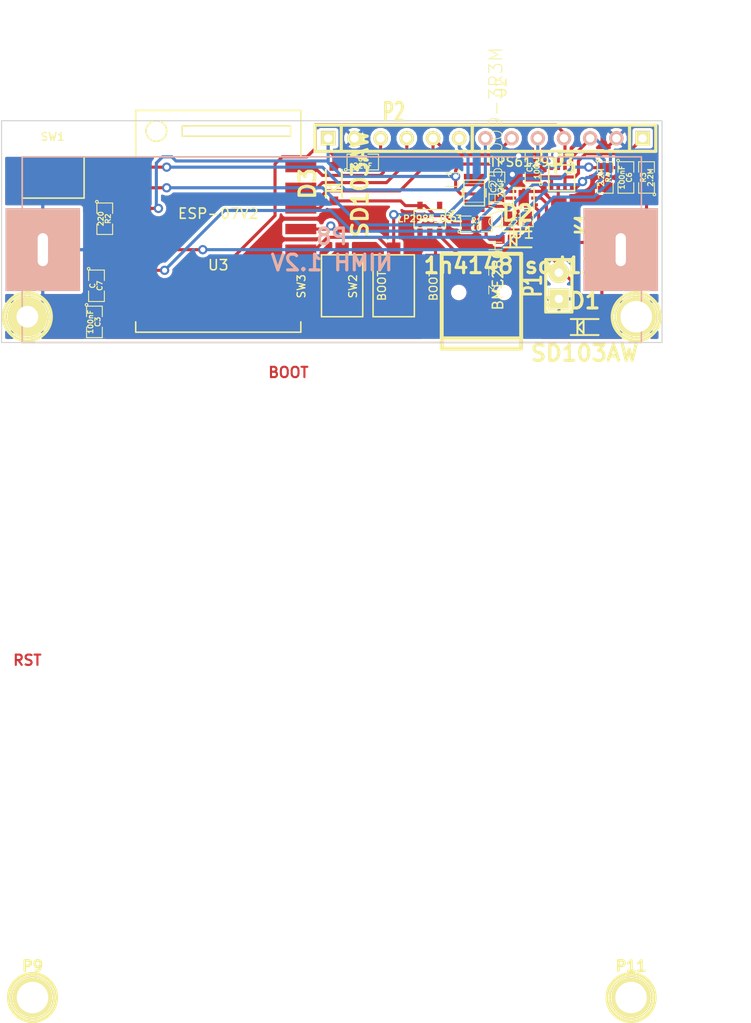
<source format=kicad_pcb>
(kicad_pcb (version 3) (host pcbnew "(22-Jun-2014 BZR 4027)-stable")

  (general
    (links 75)
    (no_connects 0)
    (area 38.899999 32.899999 139.58145 149.129)
    (thickness 1.6)
    (drawings 24)
    (tracks 282)
    (zones 0)
    (modules 32)
    (nets 22)
  )

  (page A4)
  (layers
    (15 F.Cu signal)
    (0 B.Cu signal)
    (16 B.Adhes user)
    (17 F.Adhes user)
    (18 B.Paste user hide)
    (19 F.Paste user)
    (20 B.SilkS user)
    (21 F.SilkS user)
    (22 B.Mask user)
    (23 F.Mask user)
    (24 Dwgs.User user)
    (25 Cmts.User user)
    (26 Eco1.User user)
    (27 Eco2.User user hide)
    (28 Edge.Cuts user)
  )

  (setup
    (last_trace_width 0.3)
    (trace_clearance 0.2)
    (zone_clearance 0.3)
    (zone_45_only no)
    (trace_min 0.19)
    (segment_width 0.2)
    (edge_width 0.1)
    (via_size 0.9)
    (via_drill 0.5)
    (via_min_size 0.889)
    (via_min_drill 0.5)
    (uvia_size 0.508)
    (uvia_drill 0.127)
    (uvias_allowed no)
    (uvia_min_size 0.508)
    (uvia_min_drill 0.127)
    (pcb_text_width 0.3)
    (pcb_text_size 1.5 1.5)
    (mod_edge_width 0.15)
    (mod_text_size 1 1)
    (mod_text_width 0.15)
    (pad_size 7.2 8)
    (pad_drill 1)
    (pad_to_mask_clearance 0)
    (aux_axis_origin 74 67.5)
    (visible_elements 7FFEFF5F)
    (pcbplotparams
      (layerselection 268468225)
      (usegerberextensions false)
      (excludeedgelayer true)
      (linewidth 0.150000)
      (plotframeref false)
      (viasonmask false)
      (mode 1)
      (useauxorigin false)
      (hpglpennumber 1)
      (hpglpenspeed 20)
      (hpglpendiameter 15)
      (hpglpenoverlay 2)
      (psnegative false)
      (psa4output false)
      (plotreference true)
      (plotvalue true)
      (plotothertext true)
      (plotinvisibletext false)
      (padsonsilk false)
      (subtractmaskfromsilk false)
      (outputformat 1)
      (mirror false)
      (drillshape 0)
      (scaleselection 1)
      (outputdirectory ""))
  )

  (net 0 "")
  (net 1 +3.3V)
  (net 2 /ADC)
  (net 3 /CS_BME)
  (net 4 /GPIO0)
  (net 5 /GPIO5)
  (net 6 /MISO)
  (net 7 /MOSI)
  (net 8 /RX)
  (net 9 /SCLK)
  (net 10 /TX)
  (net 11 /nRST)
  (net 12 GND)
  (net 13 N-0000019)
  (net 14 N-0000021)
  (net 15 N-0000024)
  (net 16 N-0000026)
  (net 17 N-0000027)
  (net 18 N-000005)
  (net 19 N-000006)
  (net 20 N-000007)
  (net 21 VCC)

  (net_class Default "Ceci est la Netclass par défaut"
    (clearance 0.2)
    (trace_width 0.3)
    (via_dia 0.9)
    (via_drill 0.5)
    (uvia_dia 0.508)
    (uvia_drill 0.127)
    (add_net "")
    (add_net +3.3V)
    (add_net /ADC)
    (add_net /CS_BME)
    (add_net /GPIO0)
    (add_net /GPIO5)
    (add_net /MISO)
    (add_net /MOSI)
    (add_net /RX)
    (add_net /SCLK)
    (add_net /TX)
    (add_net /nRST)
    (add_net GND)
    (add_net N-0000019)
    (add_net N-0000021)
    (add_net N-0000024)
    (add_net N-0000026)
    (add_net N-0000027)
    (add_net N-000005)
    (add_net N-000006)
    (add_net N-000007)
    (add_net VCC)
  )

  (net_class power ""
    (clearance 0.2)
    (trace_width 0.2)
    (via_dia 0.9)
    (via_drill 0.5)
    (uvia_dia 0.508)
    (uvia_drill 0.127)
  )

  (module PWSON-N6 (layer F.Cu) (tedit 55D846F3) (tstamp 55BD3A97)
    (at 124.6 68 90)
    (descr PWSON)
    (tags PWSON-N6)
    (path /55BCAFCC)
    (attr smd)
    (fp_text reference U1 (at -3.35026 -0.09906 180) (layer F.SilkS)
      (effects (font (size 1.143 1.143) (thickness 0.1524)))
    )
    (fp_text value TPS61291 (at 3.50012 0 180) (layer F.SilkS)
      (effects (font (size 0.889 0.889) (thickness 0.1524)))
    )
    (fp_line (start -1 -1) (end 1 -1) (layer F.SilkS) (width 0.15))
    (fp_line (start 1 -1) (end 1 1) (layer F.SilkS) (width 0.15))
    (fp_line (start 1 1) (end -1 1) (layer F.SilkS) (width 0.15))
    (fp_line (start -1 1) (end -1 -1) (layer F.SilkS) (width 0.15))
    (pad 4 smd rect (at -0.65 1.05 90) (size 0.3 0.65)
      (layers F.Cu F.Paste F.Mask)
      (net 17 N-0000027)
    )
    (pad 3 smd rect (at -0.7 -1.05 90) (size 0.3 0.65)
      (layers F.Cu F.Paste F.Mask)
      (net 17 N-0000027)
    )
    (pad 2 smd rect (at 0 -1.05 90) (size 0.3 0.65)
      (layers F.Cu F.Paste F.Mask)
      (net 21 VCC)
    )
    (pad 5 smd rect (at 0 1.05 90) (size 0.3 0.65)
      (layers F.Cu F.Paste F.Mask)
      (net 15 N-0000024)
    )
    (pad 6 smd rect (at 0.65 1.05 90) (size 0.3 0.65)
      (layers F.Cu F.Paste F.Mask)
      (net 12 GND)
    )
    (pad 1 smd rect (at 0.65 -1.05 90) (size 0.3 0.65)
      (layers F.Cu F.Paste F.Mask)
      (net 16 N-0000026)
    )
    (pad 6 smd rect (at 0 0 90) (size 1.6 1)
      (layers F.Cu F.Paste F.Mask)
      (net 12 GND)
    )
    (model smd/cms_so8.wrl
      (at (xyz 0 0 0))
      (scale (xyz 0.5 0.32 0.5))
      (rotate (xyz 0 0 0))
    )
  )

  (module ipc-7351-inductor-INDC2520X220N (layer F.Cu) (tedit 55BD4692) (tstamp 55BD3B4A)
    (at 119.8 67.5 90)
    (path /55BCAB7B)
    (attr smd)
    (fp_text reference L1 (at 1.4478 -2.10058 90) (layer F.SilkS)
      (effects (font (size 1.27 1.27) (thickness 0.0889)))
    )
    (fp_text value "3.3uH CVH252009-3R3M" (at 2.0828 2.10058 90) (layer F.SilkS)
      (effects (font (size 1.27 1.27) (thickness 0.0889)))
    )
    (fp_line (start -1.24968 0.99822) (end -0.89916 0.99822) (layer F.SilkS) (width 0.06604))
    (fp_line (start -0.89916 0.99822) (end -0.89916 -0.99822) (layer F.SilkS) (width 0.06604))
    (fp_line (start -1.24968 -0.99822) (end -0.89916 -0.99822) (layer F.SilkS) (width 0.06604))
    (fp_line (start -1.24968 0.99822) (end -1.24968 -0.99822) (layer F.SilkS) (width 0.06604))
    (fp_line (start 0.89916 0.99822) (end 1.24968 0.99822) (layer F.SilkS) (width 0.06604))
    (fp_line (start 1.24968 0.99822) (end 1.24968 -0.99822) (layer F.SilkS) (width 0.06604))
    (fp_line (start 0.89916 -0.99822) (end 1.24968 -0.99822) (layer F.SilkS) (width 0.06604))
    (fp_line (start 0.89916 0.99822) (end 0.89916 -0.99822) (layer F.SilkS) (width 0.06604))
    (fp_line (start -1.99898 1.39954) (end -1.99898 -1.39954) (layer F.SilkS) (width 0.00012))
    (fp_line (start -1.99898 -1.39954) (end 1.99898 -1.39954) (layer F.SilkS) (width 0.00012))
    (fp_line (start 1.99898 -1.39954) (end 1.99898 1.39954) (layer F.SilkS) (width 0.00012))
    (fp_line (start 1.99898 1.39954) (end -1.99898 1.39954) (layer F.SilkS) (width 0.00012))
    (fp_line (start -0.39878 -1.14808) (end 0.39878 -1.14808) (layer F.SilkS) (width 0.127))
    (fp_line (start -0.39878 1.14808) (end 0.39878 1.14808) (layer F.SilkS) (width 0.127))
    (fp_line (start -1.24968 0.99822) (end -1.24968 -0.99822) (layer F.SilkS) (width 0.127))
    (fp_line (start -1.24968 -0.99822) (end 1.24968 -0.99822) (layer F.SilkS) (width 0.127))
    (fp_line (start 1.24968 -0.99822) (end 1.24968 0.99822) (layer F.SilkS) (width 0.127))
    (fp_line (start 1.24968 0.99822) (end -1.24968 0.99822) (layer F.SilkS) (width 0.127))
    (pad 1 smd rect (at -1.25 0 90) (size 1.2 2)
      (layers F.Cu F.Paste F.Mask)
      (net 17 N-0000027)
    )
    (pad 2 smd rect (at 1.25 0 90) (size 1.2 2)
      (layers F.Cu F.Paste F.Mask)
      (net 16 N-0000026)
    )
  )

  (module SW_PUSH_SMD_2pad (layer F.Cu) (tedit 55271C5A) (tstamp 55BD3A79)
    (at 112 76.5 90)
    (path /55BC99DA)
    (fp_text reference SW2 (at -0.05 -3.95 90) (layer F.SilkS)
      (effects (font (size 0.762 0.762) (thickness 0.127)))
    )
    (fp_text value BOOT (at 0 3.85 90) (layer F.SilkS)
      (effects (font (size 0.762 0.762) (thickness 0.127)))
    )
    (fp_line (start -3 -2) (end -3 2) (layer F.SilkS) (width 0.15))
    (fp_line (start -3 2) (end 3 2) (layer F.SilkS) (width 0.15))
    (fp_line (start 3 2) (end 3 -2) (layer F.SilkS) (width 0.15))
    (fp_line (start 3 -2) (end -3 -2) (layer F.SilkS) (width 0.15))
    (pad 1 smd rect (at -3.4 0 90) (size 2 1.2954)
      (layers F.Cu F.Paste F.Mask)
      (net 12 GND)
    )
    (pad 2 smd rect (at 3.2 0 90) (size 2 1.2954)
      (layers F.Cu F.Paste F.Mask)
      (net 4 /GPIO0)
    )
  )

  (module SW_PUSH_SMD_2pad (layer F.Cu) (tedit 55271C5A) (tstamp 55BD3A83)
    (at 79 66)
    (path /55BC99E6)
    (fp_text reference SW1 (at -0.05 -3.95) (layer F.SilkS)
      (effects (font (size 0.762 0.762) (thickness 0.127)))
    )
    (fp_text value RST (at 0 3.85) (layer F.SilkS)
      (effects (font (size 0.762 0.762) (thickness 0.127)))
    )
    (fp_line (start -3 -2) (end -3 2) (layer F.SilkS) (width 0.15))
    (fp_line (start -3 2) (end 3 2) (layer F.SilkS) (width 0.15))
    (fp_line (start 3 2) (end 3 -2) (layer F.SilkS) (width 0.15))
    (fp_line (start 3 -2) (end -3 -2) (layer F.SilkS) (width 0.15))
    (pad 1 smd rect (at -3.4 0) (size 2 1.2954)
      (layers F.Cu F.Paste F.Mask)
      (net 12 GND)
    )
    (pad 2 smd rect (at 3.2 0) (size 2 1.2954)
      (layers F.Cu F.Paste F.Mask)
      (net 11 /nRST)
    )
  )

  (module SM0805 (layer F.Cu) (tedit 5091495C) (tstamp 55BD3AA4)
    (at 83 80 270)
    (path /552668DA)
    (attr smd)
    (fp_text reference C3 (at 0 -0.3175 270) (layer F.SilkS)
      (effects (font (size 0.50038 0.50038) (thickness 0.10922)))
    )
    (fp_text value 100nF (at 0 0.381 270) (layer F.SilkS)
      (effects (font (size 0.50038 0.50038) (thickness 0.10922)))
    )
    (fp_circle (center -1.651 0.762) (end -1.651 0.635) (layer F.SilkS) (width 0.09906))
    (fp_line (start -0.508 0.762) (end -1.524 0.762) (layer F.SilkS) (width 0.09906))
    (fp_line (start -1.524 0.762) (end -1.524 -0.762) (layer F.SilkS) (width 0.09906))
    (fp_line (start -1.524 -0.762) (end -0.508 -0.762) (layer F.SilkS) (width 0.09906))
    (fp_line (start 0.508 -0.762) (end 1.524 -0.762) (layer F.SilkS) (width 0.09906))
    (fp_line (start 1.524 -0.762) (end 1.524 0.762) (layer F.SilkS) (width 0.09906))
    (fp_line (start 1.524 0.762) (end 0.508 0.762) (layer F.SilkS) (width 0.09906))
    (pad 1 smd rect (at -0.9525 0 270) (size 0.889 1.397)
      (layers F.Cu F.Paste F.Mask)
      (net 21 VCC)
    )
    (pad 2 smd rect (at 0.9525 0 270) (size 0.889 1.397)
      (layers F.Cu F.Paste F.Mask)
      (net 12 GND)
    )
    (model smd/chip_cms.wrl
      (at (xyz 0 0 0))
      (scale (xyz 0.1 0.1 0.1))
      (rotate (xyz 0 0 0))
    )
  )

  (module SM0805 (layer F.Cu) (tedit 5091495C) (tstamp 55BD3AB1)
    (at 122 67 90)
    (path /55BCAB60)
    (attr smd)
    (fp_text reference C2 (at 0 -0.3175 90) (layer F.SilkS)
      (effects (font (size 0.50038 0.50038) (thickness 0.10922)))
    )
    (fp_text value 22uF (at 0 0.381 90) (layer F.SilkS)
      (effects (font (size 0.50038 0.50038) (thickness 0.10922)))
    )
    (fp_circle (center -1.651 0.762) (end -1.651 0.635) (layer F.SilkS) (width 0.09906))
    (fp_line (start -0.508 0.762) (end -1.524 0.762) (layer F.SilkS) (width 0.09906))
    (fp_line (start -1.524 0.762) (end -1.524 -0.762) (layer F.SilkS) (width 0.09906))
    (fp_line (start -1.524 -0.762) (end -0.508 -0.762) (layer F.SilkS) (width 0.09906))
    (fp_line (start 0.508 -0.762) (end 1.524 -0.762) (layer F.SilkS) (width 0.09906))
    (fp_line (start 1.524 -0.762) (end 1.524 0.762) (layer F.SilkS) (width 0.09906))
    (fp_line (start 1.524 0.762) (end 0.508 0.762) (layer F.SilkS) (width 0.09906))
    (pad 1 smd rect (at -0.9525 0 90) (size 0.889 1.397)
      (layers F.Cu F.Paste F.Mask)
      (net 21 VCC)
    )
    (pad 2 smd rect (at 0.9525 0 90) (size 0.889 1.397)
      (layers F.Cu F.Paste F.Mask)
      (net 12 GND)
    )
    (model smd/chip_cms.wrl
      (at (xyz 0 0 0))
      (scale (xyz 0.1 0.1 0.1))
      (rotate (xyz 0 0 0))
    )
  )

  (module SM0805 (layer F.Cu) (tedit 5091495C) (tstamp 55BD3ACB)
    (at 125.5 65 90)
    (path /55BCAB38)
    (attr smd)
    (fp_text reference C4 (at 0 -0.3175 90) (layer F.SilkS)
      (effects (font (size 0.50038 0.50038) (thickness 0.10922)))
    )
    (fp_text value 100nF (at 0 0.381 90) (layer F.SilkS)
      (effects (font (size 0.50038 0.50038) (thickness 0.10922)))
    )
    (fp_circle (center -1.651 0.762) (end -1.651 0.635) (layer F.SilkS) (width 0.09906))
    (fp_line (start -0.508 0.762) (end -1.524 0.762) (layer F.SilkS) (width 0.09906))
    (fp_line (start -1.524 0.762) (end -1.524 -0.762) (layer F.SilkS) (width 0.09906))
    (fp_line (start -1.524 -0.762) (end -0.508 -0.762) (layer F.SilkS) (width 0.09906))
    (fp_line (start 0.508 -0.762) (end 1.524 -0.762) (layer F.SilkS) (width 0.09906))
    (fp_line (start 1.524 -0.762) (end 1.524 0.762) (layer F.SilkS) (width 0.09906))
    (fp_line (start 1.524 0.762) (end 0.508 0.762) (layer F.SilkS) (width 0.09906))
    (pad 1 smd rect (at -0.9525 0 90) (size 0.889 1.397)
      (layers F.Cu F.Paste F.Mask)
      (net 21 VCC)
    )
    (pad 2 smd rect (at 0.9525 0 90) (size 0.889 1.397)
      (layers F.Cu F.Paste F.Mask)
      (net 12 GND)
    )
    (model smd/chip_cms.wrl
      (at (xyz 0 0 0))
      (scale (xyz 0.1 0.1 0.1))
      (rotate (xyz 0 0 0))
    )
  )

  (module SM0805 (layer F.Cu) (tedit 55BD46EE) (tstamp 55BD3AD8)
    (at 120 70.5)
    (path /55DC754E)
    (attr smd)
    (fp_text reference R1 (at 0 -0.3175) (layer F.SilkS)
      (effects (font (size 0.50038 0.50038) (thickness 0.10922)))
    )
    (fp_text value 10 (at 0 0.381) (layer F.SilkS)
      (effects (font (size 0.50038 0.50038) (thickness 0.10922)))
    )
    (fp_circle (center -1.651 0.762) (end -1.651 0.635) (layer F.SilkS) (width 0.09906))
    (fp_line (start -0.508 0.762) (end -1.524 0.762) (layer F.SilkS) (width 0.09906))
    (fp_line (start -1.524 0.762) (end -1.524 -0.762) (layer F.SilkS) (width 0.09906))
    (fp_line (start -1.524 -0.762) (end -0.508 -0.762) (layer F.SilkS) (width 0.09906))
    (fp_line (start 0.508 -0.762) (end 1.524 -0.762) (layer F.SilkS) (width 0.09906))
    (fp_line (start 1.524 -0.762) (end 1.524 0.762) (layer F.SilkS) (width 0.09906))
    (fp_line (start 1.524 0.762) (end 0.508 0.762) (layer F.SilkS) (width 0.09906))
    (pad 1 smd rect (at -0.9525 0) (size 0.889 1.397)
      (layers F.Cu F.Paste F.Mask)
      (net 1 +3.3V)
    )
    (pad 2 smd rect (at 0.9525 0) (size 0.889 1.397)
      (layers F.Cu F.Paste F.Mask)
      (net 20 N-000007)
    )
    (model smd/chip_cms.wrl
      (at (xyz 0 0 0))
      (scale (xyz 0.1 0.1 0.1))
      (rotate (xyz 0 0 0))
    )
  )

  (module SM0805 (layer F.Cu) (tedit 5091495C) (tstamp 55BD5AA6)
    (at 84 70 270)
    (path /55DC52BB)
    (attr smd)
    (fp_text reference R2 (at 0 -0.3175 270) (layer F.SilkS)
      (effects (font (size 0.50038 0.50038) (thickness 0.10922)))
    )
    (fp_text value 220 (at 0 0.381 270) (layer F.SilkS)
      (effects (font (size 0.50038 0.50038) (thickness 0.10922)))
    )
    (fp_circle (center -1.651 0.762) (end -1.651 0.635) (layer F.SilkS) (width 0.09906))
    (fp_line (start -0.508 0.762) (end -1.524 0.762) (layer F.SilkS) (width 0.09906))
    (fp_line (start -1.524 0.762) (end -1.524 -0.762) (layer F.SilkS) (width 0.09906))
    (fp_line (start -1.524 -0.762) (end -0.508 -0.762) (layer F.SilkS) (width 0.09906))
    (fp_line (start 0.508 -0.762) (end 1.524 -0.762) (layer F.SilkS) (width 0.09906))
    (fp_line (start 1.524 -0.762) (end 1.524 0.762) (layer F.SilkS) (width 0.09906))
    (fp_line (start 1.524 0.762) (end 0.508 0.762) (layer F.SilkS) (width 0.09906))
    (pad 1 smd rect (at -0.9525 0 270) (size 0.889 1.397)
      (layers F.Cu F.Paste F.Mask)
      (net 11 /nRST)
    )
    (pad 2 smd rect (at 0.9525 0 270) (size 0.889 1.397)
      (layers F.Cu F.Paste F.Mask)
      (net 19 N-000006)
    )
    (model smd/chip_cms.wrl
      (at (xyz 0 0 0))
      (scale (xyz 0.1 0.1 0.1))
      (rotate (xyz 0 0 0))
    )
  )

  (module SM0805 (layer F.Cu) (tedit 5091495C) (tstamp 55BD55E2)
    (at 124 70)
    (path /55BCACC4)
    (attr smd)
    (fp_text reference C1 (at 0 -0.3175) (layer F.SilkS)
      (effects (font (size 0.50038 0.50038) (thickness 0.10922)))
    )
    (fp_text value 22uF (at 0 0.381) (layer F.SilkS)
      (effects (font (size 0.50038 0.50038) (thickness 0.10922)))
    )
    (fp_circle (center -1.651 0.762) (end -1.651 0.635) (layer F.SilkS) (width 0.09906))
    (fp_line (start -0.508 0.762) (end -1.524 0.762) (layer F.SilkS) (width 0.09906))
    (fp_line (start -1.524 0.762) (end -1.524 -0.762) (layer F.SilkS) (width 0.09906))
    (fp_line (start -1.524 -0.762) (end -0.508 -0.762) (layer F.SilkS) (width 0.09906))
    (fp_line (start 0.508 -0.762) (end 1.524 -0.762) (layer F.SilkS) (width 0.09906))
    (fp_line (start 1.524 -0.762) (end 1.524 0.762) (layer F.SilkS) (width 0.09906))
    (fp_line (start 1.524 0.762) (end 0.508 0.762) (layer F.SilkS) (width 0.09906))
    (pad 1 smd rect (at -0.9525 0) (size 0.889 1.397)
      (layers F.Cu F.Paste F.Mask)
      (net 17 N-0000027)
    )
    (pad 2 smd rect (at 0.9525 0) (size 0.889 1.397)
      (layers F.Cu F.Paste F.Mask)
      (net 12 GND)
    )
    (model smd/chip_cms.wrl
      (at (xyz 0 0 0))
      (scale (xyz 0.1 0.1 0.1))
      (rotate (xyz 0 0 0))
    )
  )

  (module ESP-07v2 (layer F.Cu) (tedit 5508BC65) (tstamp 55BD3B6C)
    (at 95 72)
    (path /55BC9A17)
    (fp_text reference U3 (at 0 2.5) (layer F.SilkS)
      (effects (font (size 1 1) (thickness 0.15)))
    )
    (fp_text value ESP-07V2 (at 0 -2.5) (layer F.SilkS)
      (effects (font (size 1 1) (thickness 0.15)))
    )
    (fp_line (start -3.5 -11) (end 7 -11) (layer F.SilkS) (width 0.15))
    (fp_line (start 7 -11) (end 7 -10) (layer F.SilkS) (width 0.15))
    (fp_line (start 7 -10) (end -3.5 -10) (layer F.SilkS) (width 0.15))
    (fp_line (start -3.5 -10) (end -3.5 -11) (layer F.SilkS) (width 0.15))
    (fp_line (start -3.5 -11) (end -3 -11) (layer F.SilkS) (width 0.15))
    (fp_line (start -3 -11) (end -3.5 -11) (layer F.SilkS) (width 0.15))
    (fp_line (start -3.5 -11) (end -3 -11) (layer F.SilkS) (width 0.15))
    (fp_circle (center -6 -10.5) (end -6 -9.5) (layer F.SilkS) (width 0.15))
    (fp_line (start -8 -8) (end -8 -12.5) (layer F.SilkS) (width 0.15))
    (fp_line (start -8 -12.5) (end 8 -12.5) (layer F.SilkS) (width 0.15))
    (fp_line (start 8 -12.5) (end 8 -8) (layer F.SilkS) (width 0.15))
    (fp_line (start -8 8) (end -8 9) (layer F.SilkS) (width 0.15))
    (fp_line (start -8 9) (end 8 9) (layer F.SilkS) (width 0.15))
    (fp_line (start 8 9) (end 8 8) (layer F.SilkS) (width 0.15))
    (pad 1 smd rect (at -8 -7) (size 3 1)
      (layers F.Cu F.Paste F.Mask)
      (net 11 /nRST)
    )
    (pad 2 smd rect (at -8 -5) (size 3 1)
      (layers F.Cu F.Paste F.Mask)
      (net 2 /ADC)
    )
    (pad 3 smd rect (at -8 -3) (size 3 1)
      (layers F.Cu F.Paste F.Mask)
      (net 21 VCC)
    )
    (pad 4 smd rect (at -8 -1) (size 3 1)
      (layers F.Cu F.Paste F.Mask)
      (net 19 N-000006)
    )
    (pad 5 smd rect (at -8 1) (size 3 1)
      (layers F.Cu F.Paste F.Mask)
      (net 9 /SCLK)
    )
    (pad 6 smd rect (at -8 3) (size 3 1)
      (layers F.Cu F.Paste F.Mask)
      (net 6 /MISO)
    )
    (pad 7 smd rect (at -8 5) (size 3 1)
      (layers F.Cu F.Paste F.Mask)
      (net 7 /MOSI)
    )
    (pad 8 smd rect (at -8 7) (size 3 1)
      (layers F.Cu F.Paste F.Mask)
      (net 21 VCC)
    )
    (pad 9 smd rect (at 8 7) (size 3 1)
      (layers F.Cu F.Paste F.Mask)
      (net 12 GND)
    )
    (pad 10 smd rect (at 8 5) (size 3 1)
      (layers F.Cu F.Paste F.Mask)
      (net 12 GND)
    )
    (pad 11 smd rect (at 8 3) (size 3 1)
      (layers F.Cu F.Paste F.Mask)
      (net 14 N-0000021)
    )
    (pad 12 smd rect (at 8 1) (size 3 1)
      (layers F.Cu F.Paste F.Mask)
      (net 4 /GPIO0)
    )
    (pad 13 smd rect (at 8 -1) (size 3 1)
      (layers F.Cu F.Paste F.Mask)
      (net 3 /CS_BME)
    )
    (pad 14 smd rect (at 8 -3) (size 3 1)
      (layers F.Cu F.Paste F.Mask)
      (net 5 /GPIO5)
    )
    (pad 15 smd rect (at 8 -5) (size 3 1)
      (layers F.Cu F.Paste F.Mask)
      (net 8 /RX)
    )
    (pad 16 smd rect (at 8 -7) (size 3 1)
      (layers F.Cu F.Paste F.Mask)
      (net 10 /TX)
    )
  )

  (module SIL-2 (layer F.Cu) (tedit 55BD533B) (tstamp 55BD3BC5)
    (at 128 76.5 90)
    (descr "Connecteurs 2 pins")
    (tags "CONN DEV")
    (path /55BD2AB0)
    (fp_text reference P1 (at 0 -2.54 90) (layer F.SilkS)
      (effects (font (size 1.72974 1.08712) (thickness 0.3048)))
    )
    (fp_text value "Solar >=1.8V" (at 0 -2.54 90) (layer F.SilkS) hide
      (effects (font (size 1.524 1.016) (thickness 0.3048)))
    )
    (fp_line (start -2.54 1.27) (end -2.54 -1.27) (layer F.SilkS) (width 0.3048))
    (fp_line (start -2.54 -1.27) (end 2.54 -1.27) (layer F.SilkS) (width 0.3048))
    (fp_line (start 2.54 -1.27) (end 2.54 1.27) (layer F.SilkS) (width 0.3048))
    (fp_line (start 2.54 1.27) (end -2.54 1.27) (layer F.SilkS) (width 0.3048))
    (pad 1 thru_hole rect (at -1.27 0 90) (size 2 2) (drill 0.8128)
      (layers *.Cu *.Mask F.SilkS)
      (net 12 GND)
    )
    (pad 2 thru_hole circle (at 1.27 0 90) (size 2 2) (drill 0.8128)
      (layers *.Cu *.Mask F.SilkS)
      (net 13 N-0000019)
    )
  )

  (module AA (layer B.Cu) (tedit 55DE1E40) (tstamp 55BD3D22)
    (at 106 73)
    (descr "module 2 pin (trou 6 mm)")
    (tags DEV)
    (path /55BD41D4)
    (fp_text reference P8 (at 0 -1.27) (layer B.SilkS)
      (effects (font (size 1.524 1.524) (thickness 0.3048)) (justify mirror))
    )
    (fp_text value "NIMH 1.2V" (at 0 1.27) (layer B.SilkS)
      (effects (font (size 1.524 1.524) (thickness 0.3048)) (justify mirror))
    )
    (fp_line (start 30 9) (end 30 -9) (layer B.SilkS) (width 0.15))
    (fp_line (start 30 -9) (end -30 -9) (layer B.SilkS) (width 0.15))
    (fp_line (start -30 -9) (end -30 9) (layer B.SilkS) (width 0.15))
    (fp_line (start -30 9) (end 30 9) (layer B.SilkS) (width 0.15))
    (pad 1 thru_hole rect (at -28 0) (size 7.2 8) (drill oval 1 3.2)
      (layers *.Cu *.Mask B.SilkS)
      (net 12 GND)
    )
    (pad 2 thru_hole rect (at 28 0) (size 7.2 8) (drill oval 1 3.2)
      (layers *.Cu *.Mask B.SilkS)
      (net 17 N-0000027)
    )
    (model "device/douille_4mm(red).wrl"
      (at (xyz -0.59 0 0))
      (scale (xyz 1.8 1.8 1.8))
      (rotate (xyz 0 0 0))
    )
    (model "device/douille_4mm(red).wrl"
      (at (xyz 0.59 0 0))
      (scale (xyz 1.8 1.8 1.8))
      (rotate (xyz 0 0 0))
    )
  )

  (module LGA8_2.5×2.5 (layer F.Cu) (tedit 55BD44AB) (tstamp 55BD3B32)
    (at 128.27 66.04 90)
    (path /55BC9A31)
    (fp_text reference U2 (at 8.74 -5.87 90) (layer F.SilkS)
      (effects (font (size 1 1) (thickness 0.15)))
    )
    (fp_text value BME280 (at -9.89 -6.17 90) (layer F.SilkS)
      (effects (font (size 1 1) (thickness 0.15)))
    )
    (fp_line (start -1.25 -1.25) (end 1.25 -1.25) (layer F.SilkS) (width 0.15))
    (fp_line (start 1.25 -1.25) (end 1.25 1.25) (layer F.SilkS) (width 0.15))
    (fp_line (start 1.25 1.25) (end -1.25 1.25) (layer F.SilkS) (width 0.15))
    (fp_line (start -1.25 1.25) (end -1.25 -1.25) (layer F.SilkS) (width 0.15))
    (pad 1 smd trapezoid (at 1.0125 -0.975 90) (size 0.5 0.35)
      (layers F.Cu F.Paste F.Mask)
      (net 12 GND)
    )
    (pad 2 smd trapezoid (at 1.0125 -0.325 90) (size 0.5 0.35)
      (layers F.Cu F.Paste F.Mask)
      (net 3 /CS_BME)
    )
    (pad 3 smd trapezoid (at 1.0125 0.325 90) (size 0.5 0.35)
      (layers F.Cu F.Paste F.Mask)
      (net 7 /MOSI)
    )
    (pad 4 smd trapezoid (at 1.0125 0.975 90) (size 0.5 0.35)
      (layers F.Cu F.Paste F.Mask)
      (net 9 /SCLK)
    )
    (pad 5 smd trapezoid (at -1.0125 0.975 90) (size 0.5 0.35)
      (layers F.Cu F.Paste F.Mask)
      (net 6 /MISO)
    )
    (pad 6 smd trapezoid (at -1.0125 0.325 90) (size 0.5 0.35)
      (layers F.Cu F.Paste F.Mask)
      (net 21 VCC)
    )
    (pad 7 smd trapezoid (at -1.0125 -0.325 90) (size 0.5 0.35)
      (layers F.Cu F.Paste F.Mask)
      (net 12 GND)
    )
    (pad 8 smd trapezoid (at -1.0125 -0.975 90) (size 0.5 0.35)
      (layers F.Cu F.Paste F.Mask)
      (net 21 VCC)
    )
  )

  (module JUMP-3 (layer F.Cu) (tedit 55BD47B5) (tstamp 55BD3B0A)
    (at 128 70.5 270)
    (descr "jumper 3 pins")
    (tags JUMP-3)
    (path /55BCDA62)
    (fp_text reference K1 (at 0 -2.54 270) (layer F.SilkS)
      (effects (font (size 1.7907 1.07696) (thickness 0.3048)))
    )
    (fp_text value CONN_3 (at 0 -2.54 270) (layer F.SilkS) hide
      (effects (font (size 1.524 1.016) (thickness 0.254)))
    )
    (pad 1 smd rect (at -1.8 0 270) (size 1.5 1.5)
      (layers F.Cu F.Paste F.Mask)
      (net 12 GND)
    )
    (pad 2 smd rect (at 0 0 270) (size 1.5 1.5)
      (layers F.Cu F.Paste F.Mask)
      (net 15 N-0000024)
    )
    (pad 3 smd rect (at 1.8 0 270) (size 1.5 1.5)
      (layers F.Cu F.Paste F.Mask)
      (net 17 N-0000027)
    )
  )

  (module SM0805 (layer F.Cu) (tedit 5091495C) (tstamp 55BD5E68)
    (at 136.5 66 90)
    (path /55BD5F34)
    (attr smd)
    (fp_text reference R3 (at 0 -0.3175 90) (layer F.SilkS)
      (effects (font (size 0.50038 0.50038) (thickness 0.10922)))
    )
    (fp_text value 2.2M (at 0 0.381 90) (layer F.SilkS)
      (effects (font (size 0.50038 0.50038) (thickness 0.10922)))
    )
    (fp_circle (center -1.651 0.762) (end -1.651 0.635) (layer F.SilkS) (width 0.09906))
    (fp_line (start -0.508 0.762) (end -1.524 0.762) (layer F.SilkS) (width 0.09906))
    (fp_line (start -1.524 0.762) (end -1.524 -0.762) (layer F.SilkS) (width 0.09906))
    (fp_line (start -1.524 -0.762) (end -0.508 -0.762) (layer F.SilkS) (width 0.09906))
    (fp_line (start 0.508 -0.762) (end 1.524 -0.762) (layer F.SilkS) (width 0.09906))
    (fp_line (start 1.524 -0.762) (end 1.524 0.762) (layer F.SilkS) (width 0.09906))
    (fp_line (start 1.524 0.762) (end 0.508 0.762) (layer F.SilkS) (width 0.09906))
    (pad 1 smd rect (at -0.9525 0 90) (size 0.889 1.397)
      (layers F.Cu F.Paste F.Mask)
      (net 17 N-0000027)
    )
    (pad 2 smd rect (at 0.9525 0 90) (size 0.889 1.397)
      (layers F.Cu F.Paste F.Mask)
      (net 2 /ADC)
    )
    (model smd/chip_cms.wrl
      (at (xyz 0 0 0))
      (scale (xyz 0.1 0.1 0.1))
      (rotate (xyz 0 0 0))
    )
  )

  (module SM0805 (layer F.Cu) (tedit 5091495C) (tstamp 55BD5E75)
    (at 132.5 66 270)
    (path /55BD5F4B)
    (attr smd)
    (fp_text reference R4 (at 0 -0.3175 270) (layer F.SilkS)
      (effects (font (size 0.50038 0.50038) (thickness 0.10922)))
    )
    (fp_text value 2.2M (at 0 0.381 270) (layer F.SilkS)
      (effects (font (size 0.50038 0.50038) (thickness 0.10922)))
    )
    (fp_circle (center -1.651 0.762) (end -1.651 0.635) (layer F.SilkS) (width 0.09906))
    (fp_line (start -0.508 0.762) (end -1.524 0.762) (layer F.SilkS) (width 0.09906))
    (fp_line (start -1.524 0.762) (end -1.524 -0.762) (layer F.SilkS) (width 0.09906))
    (fp_line (start -1.524 -0.762) (end -0.508 -0.762) (layer F.SilkS) (width 0.09906))
    (fp_line (start 0.508 -0.762) (end 1.524 -0.762) (layer F.SilkS) (width 0.09906))
    (fp_line (start 1.524 -0.762) (end 1.524 0.762) (layer F.SilkS) (width 0.09906))
    (fp_line (start 1.524 0.762) (end 0.508 0.762) (layer F.SilkS) (width 0.09906))
    (pad 1 smd rect (at -0.9525 0 270) (size 0.889 1.397)
      (layers F.Cu F.Paste F.Mask)
      (net 2 /ADC)
    )
    (pad 2 smd rect (at 0.9525 0 270) (size 0.889 1.397)
      (layers F.Cu F.Paste F.Mask)
      (net 12 GND)
    )
    (model smd/chip_cms.wrl
      (at (xyz 0 0 0))
      (scale (xyz 0.1 0.1 0.1))
      (rotate (xyz 0 0 0))
    )
  )

  (module SM0805 (layer F.Cu) (tedit 5091495C) (tstamp 55BD5E82)
    (at 134.5 66 270)
    (path /55BD61B0)
    (attr smd)
    (fp_text reference C6 (at 0 -0.3175 270) (layer F.SilkS)
      (effects (font (size 0.50038 0.50038) (thickness 0.10922)))
    )
    (fp_text value 100nF (at 0 0.381 270) (layer F.SilkS)
      (effects (font (size 0.50038 0.50038) (thickness 0.10922)))
    )
    (fp_circle (center -1.651 0.762) (end -1.651 0.635) (layer F.SilkS) (width 0.09906))
    (fp_line (start -0.508 0.762) (end -1.524 0.762) (layer F.SilkS) (width 0.09906))
    (fp_line (start -1.524 0.762) (end -1.524 -0.762) (layer F.SilkS) (width 0.09906))
    (fp_line (start -1.524 -0.762) (end -0.508 -0.762) (layer F.SilkS) (width 0.09906))
    (fp_line (start 0.508 -0.762) (end 1.524 -0.762) (layer F.SilkS) (width 0.09906))
    (fp_line (start 1.524 -0.762) (end 1.524 0.762) (layer F.SilkS) (width 0.09906))
    (fp_line (start 1.524 0.762) (end 0.508 0.762) (layer F.SilkS) (width 0.09906))
    (pad 1 smd rect (at -0.9525 0 270) (size 0.889 1.397)
      (layers F.Cu F.Paste F.Mask)
      (net 2 /ADC)
    )
    (pad 2 smd rect (at 0.9525 0 270) (size 0.889 1.397)
      (layers F.Cu F.Paste F.Mask)
      (net 12 GND)
    )
    (model smd/chip_cms.wrl
      (at (xyz 0 0 0))
      (scale (xyz 0.1 0.1 0.1))
      (rotate (xyz 0 0 0))
    )
  )

  (module 1pin (layer F.Cu) (tedit 200000) (tstamp 55CE69A1)
    (at 77 145.5)
    (descr "module 1 pin (ou trou mecanique de percage)")
    (tags DEV)
    (path /55BD51DD)
    (fp_text reference P9 (at 0 -3.048) (layer F.SilkS)
      (effects (font (size 1.016 1.016) (thickness 0.254)))
    )
    (fp_text value DRILL (at 0 2.794) (layer F.SilkS) hide
      (effects (font (size 1.016 1.016) (thickness 0.254)))
    )
    (fp_circle (center 0 0) (end 0 -2.286) (layer F.SilkS) (width 0.381))
    (pad 1 thru_hole circle (at 0 0) (size 4.064 4.064) (drill 3.048)
      (layers *.Cu *.Mask F.SilkS)
    )
  )

  (module 1pin (layer F.Cu) (tedit 55DE1E23) (tstamp 55BD5253)
    (at 76.5 79.5)
    (descr "module 1 pin (ou trou mecanique de percage)")
    (tags DEV)
    (path /55BD51EC)
    (fp_text reference P10 (at 0 -3.048) (layer F.SilkS)
      (effects (font (size 1.016 1.016) (thickness 0.254)))
    )
    (fp_text value DRILL (at 0 2.794) (layer F.SilkS) hide
      (effects (font (size 1.016 1.016) (thickness 0.254)))
    )
    (fp_circle (center 0 0) (end 0 -2.286) (layer F.SilkS) (width 0.381))
    (pad 1 thru_hole circle (at 0 0) (size 4.064 4.064) (drill 2.1)
      (layers *.Cu *.Mask F.SilkS)
      (net 12 GND)
    )
  )

  (module 1pin (layer F.Cu) (tedit 200000) (tstamp 55BD5259)
    (at 135 145.5)
    (descr "module 1 pin (ou trou mecanique de percage)")
    (tags DEV)
    (path /55BD51FB)
    (fp_text reference P11 (at 0 -3.048) (layer F.SilkS)
      (effects (font (size 1.016 1.016) (thickness 0.254)))
    )
    (fp_text value DRILL (at 0 2.794) (layer F.SilkS) hide
      (effects (font (size 1.016 1.016) (thickness 0.254)))
    )
    (fp_circle (center 0 0) (end 0 -2.286) (layer F.SilkS) (width 0.381))
    (pad 1 thru_hole circle (at 0 0) (size 4.064 4.064) (drill 3.048)
      (layers *.Cu *.Mask F.SilkS)
    )
  )

  (module 1pin (layer F.Cu) (tedit 200000) (tstamp 55BD525F)
    (at 135.5 79.5)
    (descr "module 1 pin (ou trou mecanique de percage)")
    (tags DEV)
    (path /55BD520A)
    (fp_text reference P12 (at 0 -3.048) (layer F.SilkS)
      (effects (font (size 1.016 1.016) (thickness 0.254)))
    )
    (fp_text value DRILL (at 0 2.794) (layer F.SilkS) hide
      (effects (font (size 1.016 1.016) (thickness 0.254)))
    )
    (fp_circle (center 0 0) (end 0 -2.286) (layer F.SilkS) (width 0.381))
    (pad 1 thru_hole circle (at 0 0) (size 4.064 4.064) (drill 3.048)
      (layers *.Cu *.Mask F.SilkS)
      (net 12 GND)
    )
  )

  (module SOD123 (layer F.Cu) (tedit 4FEA1D08) (tstamp 55D4AFCA)
    (at 130.5 80.5)
    (path /55CF34DE)
    (fp_text reference D1 (at 0 -2.54) (layer F.SilkS)
      (effects (font (size 1.524 1.524) (thickness 0.3048)))
    )
    (fp_text value SD103AW (at 0 2.54) (layer F.SilkS)
      (effects (font (size 1.524 1.524) (thickness 0.3048)))
    )
    (fp_line (start 1.34874 0.7747) (end -1.34874 0.7747) (layer F.SilkS) (width 0.1905))
    (fp_line (start -1.34874 -0.7747) (end 1.34874 -0.7747) (layer F.SilkS) (width 0.1905))
    (fp_line (start -0.70104 -0.7747) (end -0.70104 0.7747) (layer F.SilkS) (width 0.1905))
    (fp_line (start -1.34874 -0.7747) (end -1.34874 0.7747) (layer Dwgs.User) (width 0.1905))
    (fp_line (start 1.34874 -0.7747) (end 1.34874 0.7747) (layer Dwgs.User) (width 0.1905))
    (fp_line (start -0.70104 0) (end -0.09906 -0.59944) (layer F.SilkS) (width 0.1905))
    (fp_line (start -0.09906 -0.59944) (end -0.09906 0.59944) (layer F.SilkS) (width 0.1905))
    (fp_line (start -0.09906 0.59944) (end -0.70104 0) (layer F.SilkS) (width 0.1905))
    (pad 1 smd rect (at -1.67386 0) (size 0.8509 0.8509)
      (layers F.Cu F.Paste F.Mask)
      (net 13 N-0000019)
    )
    (pad 2 smd rect (at 1.67386 0) (size 0.8509 0.8509)
      (layers F.Cu F.Paste F.Mask)
      (net 17 N-0000027)
    )
  )

  (module USB_MINI_B (layer F.Cu) (tedit 505F99F2) (tstamp 55DE0BCA)
    (at 120.5 78 90)
    (descr "USB Mini-B 5-pin SMD connector")
    (tags "USB, Mini-B, connector")
    (path /55DC7704)
    (fp_text reference J1 (at 0 6.90118 90) (layer F.SilkS)
      (effects (font (size 1.016 1.016) (thickness 0.2032)))
    )
    (fp_text value USB-MINI-B-SMD (at 0 -7.0993 90) (layer F.SilkS) hide
      (effects (font (size 1.016 1.016) (thickness 0.2032)))
    )
    (fp_line (start -3.59918 -3.85064) (end -3.59918 3.85064) (layer F.SilkS) (width 0.381))
    (fp_line (start -4.59994 -3.85064) (end -4.59994 3.85064) (layer F.SilkS) (width 0.381))
    (fp_line (start -4.59994 3.85064) (end 4.59994 3.85064) (layer F.SilkS) (width 0.381))
    (fp_line (start 4.59994 3.85064) (end 4.59994 -3.85064) (layer F.SilkS) (width 0.381))
    (fp_line (start 4.59994 -3.85064) (end -4.59994 -3.85064) (layer F.SilkS) (width 0.381))
    (pad 1 smd rect (at 3.44932 -1.6002 90) (size 2.30124 0.50038)
      (layers F.Cu F.Paste F.Mask)
      (net 18 N-000005)
    )
    (pad 2 smd rect (at 3.44932 -0.8001 90) (size 2.30124 0.50038)
      (layers F.Cu F.Paste F.Mask)
    )
    (pad 3 smd rect (at 3.44932 0 90) (size 2.30124 0.50038)
      (layers F.Cu F.Paste F.Mask)
    )
    (pad 4 smd rect (at 3.44932 0.8001 90) (size 2.30124 0.50038)
      (layers F.Cu F.Paste F.Mask)
    )
    (pad 5 smd rect (at 3.44932 1.6002 90) (size 2.30124 0.50038)
      (layers F.Cu F.Paste F.Mask)
      (net 12 GND)
    )
    (pad 6 smd rect (at 3.35026 -4.45008 90) (size 2.49936 1.99898)
      (layers F.Cu F.Paste F.Mask)
      (net 12 GND)
    )
    (pad 7 smd rect (at -2.14884 -4.45008 90) (size 2.49936 1.99898)
      (layers F.Cu F.Paste F.Mask)
    )
    (pad 8 smd rect (at 3.35026 4.45008 90) (size 2.49936 1.99898)
      (layers F.Cu F.Paste F.Mask)
    )
    (pad 9 smd rect (at -2.14884 4.45008 90) (size 2.49936 1.99898)
      (layers F.Cu F.Paste F.Mask)
    )
    (pad "" np_thru_hole circle (at 0.8509 -2.19964 90) (size 0.89916 0.89916) (drill 0.89916)
      (layers *.Cu *.Mask F.SilkS)
    )
    (pad 2 np_thru_hole circle (at 0.8509 2.19964 90) (size 0.89916 0.89916) (drill 0.89916)
      (layers *.Cu *.Mask F.SilkS)
    )
  )

  (module SW_PUSH_SMD_2pad (layer F.Cu) (tedit 55271C5A) (tstamp 55DE0BFE)
    (at 107 76.5 90)
    (path /55DE142E)
    (fp_text reference SW3 (at -0.05 -3.95 90) (layer F.SilkS)
      (effects (font (size 0.762 0.762) (thickness 0.127)))
    )
    (fp_text value BOOT (at 0 3.85 90) (layer F.SilkS)
      (effects (font (size 0.762 0.762) (thickness 0.127)))
    )
    (fp_line (start -3 -2) (end -3 2) (layer F.SilkS) (width 0.15))
    (fp_line (start -3 2) (end 3 2) (layer F.SilkS) (width 0.15))
    (fp_line (start 3 2) (end 3 -2) (layer F.SilkS) (width 0.15))
    (fp_line (start 3 -2) (end -3 -2) (layer F.SilkS) (width 0.15))
    (pad 1 smd rect (at -3.4 0 90) (size 2 1.2954)
      (layers F.Cu F.Paste F.Mask)
      (net 12 GND)
    )
    (pad 2 smd rect (at 3.2 0 90) (size 2 1.2954)
      (layers F.Cu F.Paste F.Mask)
      (net 14 N-0000021)
    )
  )

  (module SOD123 (layer F.Cu) (tedit 4FEA1D08) (tstamp 55DE0C0C)
    (at 106.2 66.6 90)
    (path /55DC67AD)
    (fp_text reference D3 (at 0 -2.54 90) (layer F.SilkS)
      (effects (font (size 1.524 1.524) (thickness 0.3048)))
    )
    (fp_text value SD103AW (at 0 2.54 90) (layer F.SilkS)
      (effects (font (size 1.524 1.524) (thickness 0.3048)))
    )
    (fp_line (start 1.34874 0.7747) (end -1.34874 0.7747) (layer F.SilkS) (width 0.1905))
    (fp_line (start -1.34874 -0.7747) (end 1.34874 -0.7747) (layer F.SilkS) (width 0.1905))
    (fp_line (start -0.70104 -0.7747) (end -0.70104 0.7747) (layer F.SilkS) (width 0.1905))
    (fp_line (start -1.34874 -0.7747) (end -1.34874 0.7747) (layer Dwgs.User) (width 0.1905))
    (fp_line (start 1.34874 -0.7747) (end 1.34874 0.7747) (layer Dwgs.User) (width 0.1905))
    (fp_line (start -0.70104 0) (end -0.09906 -0.59944) (layer F.SilkS) (width 0.1905))
    (fp_line (start -0.09906 -0.59944) (end -0.09906 0.59944) (layer F.SilkS) (width 0.1905))
    (fp_line (start -0.09906 0.59944) (end -0.70104 0) (layer F.SilkS) (width 0.1905))
    (pad 1 smd rect (at -1.67386 0 90) (size 0.8509 0.8509)
      (layers F.Cu F.Paste F.Mask)
      (net 1 +3.3V)
    )
    (pad 2 smd rect (at 1.67386 0 90) (size 0.8509 0.8509)
      (layers F.Cu F.Paste F.Mask)
      (net 21 VCC)
    )
  )

  (module SOD123 (layer F.Cu) (tedit 4FEA1D08) (tstamp 55DE0C1A)
    (at 124 72)
    (path /55DC7556)
    (fp_text reference D2 (at 0 -2.54) (layer F.SilkS)
      (effects (font (size 1.524 1.524) (thickness 0.3048)))
    )
    (fp_text value "1n4148 sod123" (at 0 2.54) (layer F.SilkS)
      (effects (font (size 1.524 1.524) (thickness 0.3048)))
    )
    (fp_line (start 1.34874 0.7747) (end -1.34874 0.7747) (layer F.SilkS) (width 0.1905))
    (fp_line (start -1.34874 -0.7747) (end 1.34874 -0.7747) (layer F.SilkS) (width 0.1905))
    (fp_line (start -0.70104 -0.7747) (end -0.70104 0.7747) (layer F.SilkS) (width 0.1905))
    (fp_line (start -1.34874 -0.7747) (end -1.34874 0.7747) (layer Dwgs.User) (width 0.1905))
    (fp_line (start 1.34874 -0.7747) (end 1.34874 0.7747) (layer Dwgs.User) (width 0.1905))
    (fp_line (start -0.70104 0) (end -0.09906 -0.59944) (layer F.SilkS) (width 0.1905))
    (fp_line (start -0.09906 -0.59944) (end -0.09906 0.59944) (layer F.SilkS) (width 0.1905))
    (fp_line (start -0.09906 0.59944) (end -0.70104 0) (layer F.SilkS) (width 0.1905))
    (pad 1 smd rect (at -1.67386 0) (size 0.8509 0.8509)
      (layers F.Cu F.Paste F.Mask)
      (net 20 N-000007)
    )
    (pad 2 smd rect (at 1.67386 0) (size 0.8509 0.8509)
      (layers F.Cu F.Paste F.Mask)
      (net 13 N-0000019)
    )
  )

  (module SM0805 (layer F.Cu) (tedit 5091495C) (tstamp 55DE0C34)
    (at 83.2 76.5 270)
    (path /55DC5A5F)
    (attr smd)
    (fp_text reference C7 (at 0 -0.3175 270) (layer F.SilkS)
      (effects (font (size 0.50038 0.50038) (thickness 0.10922)))
    )
    (fp_text value C (at 0 0.381 270) (layer F.SilkS)
      (effects (font (size 0.50038 0.50038) (thickness 0.10922)))
    )
    (fp_circle (center -1.651 0.762) (end -1.651 0.635) (layer F.SilkS) (width 0.09906))
    (fp_line (start -0.508 0.762) (end -1.524 0.762) (layer F.SilkS) (width 0.09906))
    (fp_line (start -1.524 0.762) (end -1.524 -0.762) (layer F.SilkS) (width 0.09906))
    (fp_line (start -1.524 -0.762) (end -0.508 -0.762) (layer F.SilkS) (width 0.09906))
    (fp_line (start 0.508 -0.762) (end 1.524 -0.762) (layer F.SilkS) (width 0.09906))
    (fp_line (start 1.524 -0.762) (end 1.524 0.762) (layer F.SilkS) (width 0.09906))
    (fp_line (start 1.524 0.762) (end 0.508 0.762) (layer F.SilkS) (width 0.09906))
    (pad 1 smd rect (at -0.9525 0 270) (size 0.889 1.397)
      (layers F.Cu F.Paste F.Mask)
      (net 11 /nRST)
    )
    (pad 2 smd rect (at 0.9525 0 270) (size 0.889 1.397)
      (layers F.Cu F.Paste F.Mask)
      (net 12 GND)
    )
    (model smd/chip_cms.wrl
      (at (xyz 0 0 0))
      (scale (xyz 0.1 0.1 0.1))
      (rotate (xyz 0 0 0))
    )
  )

  (module SIL-7 (layer F.Cu) (tedit 200000) (tstamp 55DE0C64)
    (at 128.5 62.2 180)
    (descr "Connecteur 7 pins")
    (tags "CONN DEV")
    (path /55DE1B19)
    (fp_text reference P3 (at 0 -2.54 180) (layer F.SilkS)
      (effects (font (size 1.72974 1.08712) (thickness 0.3048)))
    )
    (fp_text value CONN_7 (at 0 -2.54 180) (layer F.SilkS) hide
      (effects (font (size 1.524 1.016) (thickness 0.3048)))
    )
    (fp_line (start -8.89 -1.27) (end -8.89 -1.27) (layer F.SilkS) (width 0.3048))
    (fp_line (start -8.89 -1.27) (end 8.89 -1.27) (layer F.SilkS) (width 0.3048))
    (fp_line (start 8.89 -1.27) (end 8.89 1.27) (layer F.SilkS) (width 0.3048))
    (fp_line (start 8.89 1.27) (end -8.89 1.27) (layer F.SilkS) (width 0.3048))
    (fp_line (start -8.89 1.27) (end -8.89 -1.27) (layer F.SilkS) (width 0.3048))
    (fp_line (start -6.35 1.27) (end -6.35 1.27) (layer F.SilkS) (width 0.3048))
    (fp_line (start -6.35 1.27) (end -6.35 -1.27) (layer F.SilkS) (width 0.3048))
    (pad 1 thru_hole rect (at -7.62 0 180) (size 1.397 1.397) (drill 0.8128)
      (layers *.Cu *.Mask F.SilkS)
      (net 21 VCC)
    )
    (pad 2 thru_hole circle (at -5.08 0 180) (size 1.397 1.397) (drill 0.8128)
      (layers *.Cu *.SilkS *.Mask)
      (net 12 GND)
    )
    (pad 3 thru_hole circle (at -2.54 0 180) (size 1.397 1.397) (drill 0.8128)
      (layers *.Cu *.SilkS *.Mask)
      (net 9 /SCLK)
    )
    (pad 4 thru_hole circle (at 0 0 180) (size 1.397 1.397) (drill 0.8128)
      (layers *.Cu *.SilkS *.Mask)
      (net 7 /MOSI)
    )
    (pad 5 thru_hole circle (at 2.54 0 180) (size 1.397 1.397) (drill 0.8128)
      (layers *.Cu *.SilkS *.Mask)
      (net 6 /MISO)
    )
    (pad 6 thru_hole circle (at 5.08 0 180) (size 1.397 1.397) (drill 0.8128)
      (layers *.Cu *.SilkS *.Mask)
      (net 5 /GPIO5)
    )
    (pad 7 thru_hole circle (at 7.62 0 180) (size 1.397 1.397) (drill 0.8128)
      (layers *.Cu *.SilkS *.Mask)
      (net 4 /GPIO0)
    )
  )

  (module SOT23-5 (layer F.Cu) (tedit 4ECF78EF) (tstamp 55BD3BBB)
    (at 115.5 70)
    (path /55DC66BA)
    (attr smd)
    (fp_text reference U4 (at 2.19964 -0.29972 90) (layer F.SilkS)
      (effects (font (size 0.635 0.635) (thickness 0.127)))
    )
    (fp_text value LP2985_D3.3 (at 0 0) (layer F.SilkS)
      (effects (font (size 0.635 0.635) (thickness 0.127)))
    )
    (fp_line (start 1.524 -0.889) (end 1.524 0.889) (layer F.SilkS) (width 0.127))
    (fp_line (start 1.524 0.889) (end -1.524 0.889) (layer F.SilkS) (width 0.127))
    (fp_line (start -1.524 0.889) (end -1.524 -0.889) (layer F.SilkS) (width 0.127))
    (fp_line (start -1.524 -0.889) (end 1.524 -0.889) (layer F.SilkS) (width 0.127))
    (pad 1 smd rect (at -0.9525 1.27) (size 0.508 0.762)
      (layers F.Cu F.Paste F.Mask)
      (net 18 N-000005)
    )
    (pad 3 smd rect (at 0.9525 1.27) (size 0.508 0.762)
      (layers F.Cu F.Paste F.Mask)
      (net 18 N-000005)
    )
    (pad 5 smd rect (at -0.9525 -1.27) (size 0.508 0.762)
      (layers F.Cu F.Paste F.Mask)
      (net 1 +3.3V)
    )
    (pad 2 smd rect (at 0 1.27) (size 0.508 0.762)
      (layers F.Cu F.Paste F.Mask)
      (net 12 GND)
    )
    (pad 4 smd rect (at 0.9525 -1.27) (size 0.508 0.762)
      (layers F.Cu F.Paste F.Mask)
    )
    (model smd/SOT23_5.wrl
      (at (xyz 0 0 0))
      (scale (xyz 0.1 0.1 0.1))
      (rotate (xyz 0 0 0))
    )
  )

  (module SIL-6 (layer F.Cu) (tedit 200000) (tstamp 55DE0C52)
    (at 112 62.2)
    (descr "Connecteur 6 pins")
    (tags "CONN DEV")
    (path /55DE1F7C)
    (fp_text reference P2 (at 0 -2.54) (layer F.SilkS)
      (effects (font (size 1.72974 1.08712) (thickness 0.3048)))
    )
    (fp_text value CONN_6 (at 0 -2.54) (layer F.SilkS) hide
      (effects (font (size 1.524 1.016) (thickness 0.3048)))
    )
    (fp_line (start -7.62 1.27) (end -7.62 -1.27) (layer F.SilkS) (width 0.3048))
    (fp_line (start -7.62 -1.27) (end 7.62 -1.27) (layer F.SilkS) (width 0.3048))
    (fp_line (start 7.62 -1.27) (end 7.62 1.27) (layer F.SilkS) (width 0.3048))
    (fp_line (start 7.62 1.27) (end -7.62 1.27) (layer F.SilkS) (width 0.3048))
    (fp_line (start -5.08 1.27) (end -5.08 -1.27) (layer F.SilkS) (width 0.3048))
    (pad 1 thru_hole rect (at -6.35 0) (size 1.397 1.397) (drill 0.8128)
      (layers *.Cu *.Mask F.SilkS)
      (net 21 VCC)
    )
    (pad 2 thru_hole circle (at -3.81 0) (size 1.397 1.397) (drill 0.8128)
      (layers *.Cu *.Mask F.SilkS)
      (net 12 GND)
    )
    (pad 3 thru_hole circle (at -1.27 0) (size 1.397 1.397) (drill 0.8128)
      (layers *.Cu *.Mask F.SilkS)
      (net 10 /TX)
    )
    (pad 4 thru_hole circle (at 1.27 0) (size 1.397 1.397) (drill 0.8128)
      (layers *.Cu *.Mask F.SilkS)
      (net 8 /RX)
    )
    (pad 5 thru_hole circle (at 3.81 0) (size 1.397 1.397) (drill 0.8128)
      (layers *.Cu *.Mask F.SilkS)
      (net 5 /GPIO5)
    )
    (pad 6 thru_hole circle (at 6.35 0) (size 1.397 1.397) (drill 0.8128)
      (layers *.Cu *.Mask F.SilkS)
      (net 11 /nRST)
    )
  )

  (module SM0805 (layer F.Cu) (tedit 5091495C) (tstamp 55DE0C6C)
    (at 109 64.5)
    (path /55DC7EF8)
    (attr smd)
    (fp_text reference C5 (at 0 -0.3175) (layer F.SilkS)
      (effects (font (size 0.50038 0.50038) (thickness 0.10922)))
    )
    (fp_text value 22uF (at 0 0.381) (layer F.SilkS)
      (effects (font (size 0.50038 0.50038) (thickness 0.10922)))
    )
    (fp_circle (center -1.651 0.762) (end -1.651 0.635) (layer F.SilkS) (width 0.09906))
    (fp_line (start -0.508 0.762) (end -1.524 0.762) (layer F.SilkS) (width 0.09906))
    (fp_line (start -1.524 0.762) (end -1.524 -0.762) (layer F.SilkS) (width 0.09906))
    (fp_line (start -1.524 -0.762) (end -0.508 -0.762) (layer F.SilkS) (width 0.09906))
    (fp_line (start 0.508 -0.762) (end 1.524 -0.762) (layer F.SilkS) (width 0.09906))
    (fp_line (start 1.524 -0.762) (end 1.524 0.762) (layer F.SilkS) (width 0.09906))
    (fp_line (start 1.524 0.762) (end 0.508 0.762) (layer F.SilkS) (width 0.09906))
    (pad 1 smd rect (at -0.9525 0) (size 0.889 1.397)
      (layers F.Cu F.Paste F.Mask)
      (net 21 VCC)
    )
    (pad 2 smd rect (at 0.9525 0) (size 0.889 1.397)
      (layers F.Cu F.Paste F.Mask)
      (net 12 GND)
    )
    (model smd/chip_cms.wrl
      (at (xyz 0 0 0))
      (scale (xyz 0.1 0.1 0.1))
      (rotate (xyz 0 0 0))
    )
  )

  (dimension 64 (width 0.3) (layer Dwgs.User)
    (gr_text "64,000 mm" (at 106 50.650001) (layer Dwgs.User)
      (effects (font (size 1.5 1.5) (thickness 0.3)))
    )
    (feature1 (pts (xy 74 60.5) (xy 74 49.300001)))
    (feature2 (pts (xy 138 60.5) (xy 138 49.300001)))
    (crossbar (pts (xy 138 52.000001) (xy 74 52.000001)))
    (arrow1a (pts (xy 74 52.000001) (xy 75.126503 51.413581)))
    (arrow1b (pts (xy 74 52.000001) (xy 75.126503 52.586421)))
    (arrow2a (pts (xy 138 52.000001) (xy 136.873497 51.413581)))
    (arrow2b (pts (xy 138 52.000001) (xy 136.873497 52.586421)))
  )
  (dimension 21.5 (width 0.3) (layer Dwgs.User)
    (gr_text "21,500 mm" (at 143.949998 71.25 270) (layer Dwgs.User)
      (effects (font (size 1.5 1.5) (thickness 0.3)))
    )
    (feature1 (pts (xy 138 82) (xy 145.299998 82)))
    (feature2 (pts (xy 138 60.5) (xy 145.299998 60.5)))
    (crossbar (pts (xy 142.599998 60.5) (xy 142.599998 82)))
    (arrow1a (pts (xy 142.599998 82) (xy 142.013578 80.873497)))
    (arrow1b (pts (xy 142.599998 82) (xy 143.186418 80.873497)))
    (arrow2a (pts (xy 142.599998 60.5) (xy 142.013578 61.626503)))
    (arrow2b (pts (xy 142.599998 60.5) (xy 143.186418 61.626503)))
  )
  (gr_line (start 74 60.5) (end 74 82) (angle 90) (layer Edge.Cuts) (width 0.1))
  (gr_line (start 138 60.5) (end 74 60.5) (angle 90) (layer Edge.Cuts) (width 0.1))
  (gr_line (start 138 82) (end 138 60.5) (angle 90) (layer Edge.Cuts) (width 0.1))
  (gr_line (start 74 82) (end 138 82) (angle 90) (layer Edge.Cuts) (width 0.1))
  (gr_text BOOT (at 101.8 84.9) (layer F.Cu)
    (effects (font (size 1 1) (thickness 0.2)))
  )
  (gr_text RST (at 76.5 112.8) (layer F.Cu)
    (effects (font (size 1 1) (thickness 0.2)))
  )
  (gr_line (start 94.2 86.6) (end 91.5 86.6) (angle 90) (layer Eco2.User) (width 0.2))
  (gr_line (start 94.2 86.6) (end 94.2 81.7) (angle 90) (layer Eco2.User) (width 0.2))
  (gr_line (start 47.752 73.66) (end 48.768 73.66) (angle 90) (layer Eco2.User) (width 2))
  (gr_line (start 46.228 75.184) (end 47.752 73.66) (angle 90) (layer Eco2.User) (width 2))
  (gr_line (start 46.228 78.74) (end 41.148 83.82) (angle 90) (layer Eco2.User) (width 2))
  (gr_line (start 45.847 76.2) (end 45.847 78.74) (angle 90) (layer Eco2.User) (width 2))
  (gr_line (start 49.784 73.66) (end 48.768 73.66) (angle 90) (layer Eco2.User) (width 2))
  (gr_line (start 50.8 72.644) (end 49.784 73.66) (angle 90) (layer Eco2.User) (width 2))
  (gr_line (start 53.34 72.644) (end 50.8 72.644) (angle 90) (layer Eco2.User) (width 2))
  (gr_line (start 54.737 70.485) (end 52.705 72.517) (angle 90) (layer Eco2.User) (width 2))
  (gr_line (start 54.737 62.484) (end 54.737 70.612) (angle 90) (layer Eco2.User) (width 2))
  (gr_line (start 62.357 54.864) (end 54.737 62.484) (angle 90) (layer Eco2.User) (width 2))
  (gr_line (start 75.311 54.737) (end 62.611 54.737) (angle 90) (layer Eco2.User) (width 2))
  (gr_line (start 77.724 56.896) (end 75.692 54.864) (angle 90) (layer Eco2.User) (width 2))
  (gr_line (start 94.996 56.896) (end 77.724 56.896) (angle 90) (layer Eco2.User) (width 2))
  (gr_circle (center 71 65) (end 103 65) (layer Eco2.User) (width 0.2))

  (segment (start 114.5475 68.73) (end 115.03 68.73) (width 0.3) (layer F.Cu) (net 1))
  (segment (start 116 69.7) (end 117.1 69.7) (width 0.3) (layer F.Cu) (net 1) (tstamp 55DE221E))
  (segment (start 115.03 68.73) (end 116 69.7) (width 0.3) (layer F.Cu) (net 1) (tstamp 55DE221D))
  (segment (start 114.5475 68.73) (end 113.13 68.73) (width 0.3) (layer F.Cu) (net 1))
  (segment (start 113.13 68.73) (end 112.67386 68.27386) (width 0.3) (layer F.Cu) (net 1) (tstamp 55DE2218))
  (segment (start 106.2 68.27386) (end 112.67386 68.27386) (width 0.3) (layer F.Cu) (net 1))
  (segment (start 119.0475 70.5) (end 117.9 70.5) (width 0.3) (layer F.Cu) (net 1))
  (segment (start 117.9 70.5) (end 117.1 69.7) (width 0.3) (layer F.Cu) (net 1) (tstamp 55DE21F0))
  (segment (start 130.9 65) (end 129.3 65) (width 0.3) (layer B.Cu) (net 2))
  (segment (start 124.3 66.1) (end 119.8 70.6) (width 0.3) (layer B.Cu) (net 2) (tstamp 55DE2506))
  (segment (start 128.2 66.1) (end 124.3 66.1) (width 0.3) (layer B.Cu) (net 2) (tstamp 55DE2505))
  (segment (start 129.3 65) (end 128.2 66.1) (width 0.3) (layer B.Cu) (net 2) (tstamp 55DE2503))
  (segment (start 90 67) (end 105.1 67) (width 0.3) (layer B.Cu) (net 2))
  (via (at 90 67) (size 0.9) (layers F.Cu B.Cu) (net 2))
  (segment (start 90 67) (end 87 67) (width 0.3) (layer F.Cu) (net 2) (tstamp 55DE232A))
  (segment (start 105.1 67) (end 108.7 70.6) (width 0.3) (layer B.Cu) (net 2) (tstamp 55DE24B6))
  (segment (start 108.7 70.6) (end 119.8 70.6) (width 0.3) (layer B.Cu) (net 2) (tstamp 55DE24B8))
  (segment (start 132.5 65.0475) (end 130.9475 65.0475) (width 0.3) (layer F.Cu) (net 2))
  (via (at 130.9 65) (size 0.9) (layers F.Cu B.Cu) (net 2))
  (segment (start 130.9475 65.0475) (end 130.9 65) (width 0.3) (layer F.Cu) (net 2) (tstamp 55DE2324))
  (segment (start 134.5 65.0475) (end 136.5 65.0475) (width 0.3) (layer F.Cu) (net 2))
  (segment (start 132.5 65.0475) (end 134.5 65.0475) (width 0.3) (layer F.Cu) (net 2))
  (segment (start 131 67.3) (end 126.7 67.3) (width 0.3) (layer B.Cu) (net 3))
  (segment (start 126.7 67.3) (end 122.2 71.8) (width 0.3) (layer B.Cu) (net 3) (tstamp 55DE2518))
  (segment (start 105.9 70.7) (end 105.9 70.8) (width 0.3) (layer B.Cu) (net 3))
  (segment (start 106.9 71.8) (end 122.2 71.8) (width 0.3) (layer B.Cu) (net 3) (tstamp 55DE24A4))
  (segment (start 105.9 70.8) (end 106.9 71.8) (width 0.3) (layer B.Cu) (net 3) (tstamp 55DE24A3))
  (segment (start 105.6 71) (end 103 71) (width 0.3) (layer F.Cu) (net 3) (tstamp 55DE2366))
  (segment (start 105.9 70.7) (end 105.6 71) (width 0.3) (layer F.Cu) (net 3) (tstamp 55DE2365))
  (via (at 105.9 70.7) (size 0.9) (layers F.Cu B.Cu) (net 3))
  (segment (start 131 67.3) (end 132.4 65.9) (width 0.3) (layer B.Cu) (net 3) (tstamp 55DE2516))
  (segment (start 128 63.5) (end 127.7 63.8) (width 0.3) (layer B.Cu) (net 3) (tstamp 55DE2376))
  (segment (start 131.6 63.5) (end 128 63.5) (width 0.3) (layer B.Cu) (net 3) (tstamp 55DE2375))
  (segment (start 132.4 64.3) (end 131.6 63.5) (width 0.3) (layer B.Cu) (net 3) (tstamp 55DE2374))
  (segment (start 132.4 65.9) (end 132.4 64.3) (width 0.3) (layer B.Cu) (net 3) (tstamp 55DE2372))
  (segment (start 127.945 65.0275) (end 127.945 64.045) (width 0.3) (layer F.Cu) (net 3))
  (via (at 127.7 63.8) (size 0.9) (layers F.Cu B.Cu) (net 3))
  (segment (start 127.945 64.045) (end 127.7 63.8) (width 0.3) (layer F.Cu) (net 3) (tstamp 55DE235C))
  (segment (start 120.88 62.2) (end 120.88 65.92) (width 0.3) (layer B.Cu) (net 4))
  (segment (start 112 69.6) (end 112 73.3) (width 0.3) (layer F.Cu) (net 4) (tstamp 55DE24C6))
  (via (at 112 69.6) (size 0.9) (layers F.Cu B.Cu) (net 4))
  (segment (start 117.2 69.6) (end 112 69.6) (width 0.3) (layer B.Cu) (net 4) (tstamp 55DE24C1))
  (segment (start 120.88 65.92) (end 117.2 69.6) (width 0.3) (layer B.Cu) (net 4) (tstamp 55DE24BF))
  (segment (start 103 73) (end 104.4 73) (width 0.3) (layer F.Cu) (net 4))
  (segment (start 110.5 71.8) (end 112 73.3) (width 0.3) (layer F.Cu) (net 4) (tstamp 55DE223B))
  (segment (start 105.6 71.8) (end 110.5 71.8) (width 0.3) (layer F.Cu) (net 4) (tstamp 55DE2239))
  (segment (start 104.4 73) (end 105.6 71.8) (width 0.3) (layer F.Cu) (net 4) (tstamp 55DE2237))
  (segment (start 115.81 62.2) (end 115.81 62.21) (width 0.3) (layer F.Cu) (net 5))
  (segment (start 121.82 63.8) (end 123.42 62.2) (width 0.3) (layer F.Cu) (net 5) (tstamp 55DE2488))
  (segment (start 117.4 63.8) (end 121.82 63.8) (width 0.3) (layer F.Cu) (net 5) (tstamp 55DE2485))
  (segment (start 115.81 62.21) (end 117.4 63.8) (width 0.3) (layer F.Cu) (net 5) (tstamp 55DE2483))
  (segment (start 115.81 62.2) (end 115.81 64.09) (width 0.3) (layer F.Cu) (net 5))
  (segment (start 104.8 69) (end 103 69) (width 0.3) (layer F.Cu) (net 5) (tstamp 55DE2480))
  (segment (start 105.1 68.7) (end 104.8 69) (width 0.3) (layer F.Cu) (net 5) (tstamp 55DE247E))
  (segment (start 105.1 67.7) (end 105.1 68.7) (width 0.3) (layer F.Cu) (net 5) (tstamp 55DE247C))
  (segment (start 105.5 67.3) (end 105.1 67.7) (width 0.3) (layer F.Cu) (net 5) (tstamp 55DE247B))
  (segment (start 112.6 67.3) (end 105.5 67.3) (width 0.3) (layer F.Cu) (net 5) (tstamp 55DE2478))
  (segment (start 115.81 64.09) (end 112.6 67.3) (width 0.3) (layer F.Cu) (net 5) (tstamp 55DE2475))
  (segment (start 125.5 66.7) (end 130 66.7) (width 0.3) (layer B.Cu) (net 6))
  (segment (start 130 66.7) (end 130.3 66.4) (width 0.3) (layer B.Cu) (net 6) (tstamp 55DE2707))
  (segment (start 131.2 66) (end 130.7 66) (width 0.3) (layer B.Cu) (net 6))
  (segment (start 130.7 66) (end 130.3 66.4) (width 0.3) (layer B.Cu) (net 6) (tstamp 55DE26F8))
  (segment (start 129.6475 67.0525) (end 129.245 67.0525) (width 0.3) (layer F.Cu) (net 6) (tstamp 55DE26FC))
  (via (at 130.3 66.4) (size 0.9) (layers F.Cu B.Cu) (net 6))
  (segment (start 130.3 66.4) (end 129.6475 67.0525) (width 0.3) (layer F.Cu) (net 6) (tstamp 55DE26FB))
  (segment (start 125.5 66.7) (end 125.499994 66.7) (width 0.3) (layer B.Cu) (net 6) (tstamp 55DE2705))
  (segment (start 125.499994 66.7) (end 120.999994 71.2) (width 0.3) (layer B.Cu) (net 6) (tstamp 55DE250C))
  (segment (start 103.1 69.2) (end 105.9 69.2) (width 0.3) (layer B.Cu) (net 6))
  (segment (start 103.1 69.2) (end 95.6 69.2) (width 0.3) (layer B.Cu) (net 6) (tstamp 55DE24AC))
  (segment (start 95.6 69.2) (end 89.8 75) (width 0.3) (layer B.Cu) (net 6) (tstamp 55DE2395))
  (via (at 89.8 75) (size 0.9) (layers F.Cu B.Cu) (net 6))
  (segment (start 89.8 75) (end 87 75) (width 0.3) (layer F.Cu) (net 6) (tstamp 55DE2398))
  (segment (start 105.9 69.2) (end 107.9 71.2) (width 0.3) (layer B.Cu) (net 6) (tstamp 55DE24AE))
  (segment (start 107.9 71.2) (end 120.999994 71.2) (width 0.3) (layer B.Cu) (net 6) (tstamp 55DE24B0))
  (segment (start 125.96 64.26) (end 125.96 62.2) (width 0.3) (layer B.Cu) (net 6) (tstamp 55DE2384))
  (segment (start 126.7 65) (end 125.96 64.26) (width 0.3) (layer B.Cu) (net 6) (tstamp 55DE2383))
  (segment (start 127.9 65) (end 126.7 65) (width 0.3) (layer B.Cu) (net 6) (tstamp 55DE2382))
  (segment (start 128.8 64.1) (end 127.9 65) (width 0.3) (layer B.Cu) (net 6) (tstamp 55DE2381))
  (segment (start 131.3 64.1) (end 128.8 64.1) (width 0.3) (layer B.Cu) (net 6) (tstamp 55DE2380))
  (segment (start 131.8 64.6) (end 131.3 64.1) (width 0.3) (layer B.Cu) (net 6) (tstamp 55DE237F))
  (segment (start 131.8 65.4) (end 131.8 64.6) (width 0.3) (layer B.Cu) (net 6) (tstamp 55DE237E))
  (segment (start 131.2 66) (end 131.8 65.4) (width 0.3) (layer B.Cu) (net 6) (tstamp 55DE237D))
  (segment (start 104.4 60.9) (end 104.4 63.2) (width 0.3) (layer F.Cu) (net 7))
  (segment (start 100.5 69.7) (end 93.2 77) (width 0.3) (layer F.Cu) (net 7) (tstamp 55DE255B))
  (segment (start 100.5 64.7) (end 100.5 69.7) (width 0.3) (layer F.Cu) (net 7) (tstamp 55DE2559))
  (segment (start 101.2 64) (end 100.5 64.7) (width 0.3) (layer F.Cu) (net 7) (tstamp 55DE2558))
  (segment (start 103.6 64) (end 101.2 64) (width 0.3) (layer F.Cu) (net 7) (tstamp 55DE2555))
  (segment (start 104.4 63.2) (end 103.6 64) (width 0.3) (layer F.Cu) (net 7) (tstamp 55DE2553))
  (segment (start 87 77) (end 93.2 77) (width 0.3) (layer F.Cu) (net 7))
  (segment (start 128.5 61.7) (end 128.5 62.2) (width 0.3) (layer F.Cu) (net 7) (tstamp 55DE2548))
  (segment (start 127.7 60.9) (end 128.5 61.7) (width 0.3) (layer F.Cu) (net 7) (tstamp 55DE2547))
  (segment (start 104.4 60.9) (end 127.7 60.9) (width 0.3) (layer F.Cu) (net 7) (tstamp 55DE2551))
  (segment (start 128.595 65.0275) (end 128.595 62.295) (width 0.3) (layer F.Cu) (net 7))
  (segment (start 128.595 62.295) (end 128.5 62.2) (width 0.3) (layer F.Cu) (net 7) (tstamp 55DE22E4))
  (segment (start 103 67) (end 104.6 67) (width 0.3) (layer F.Cu) (net 8))
  (segment (start 113.27 64.53) (end 113.27 62.2) (width 0.3) (layer F.Cu) (net 8) (tstamp 55DE21E0) (status 20))
  (segment (start 111.3 66.5) (end 113.27 64.53) (width 0.3) (layer F.Cu) (net 8) (tstamp 55DE21DF))
  (segment (start 105.1 66.5) (end 111.3 66.5) (width 0.3) (layer F.Cu) (net 8) (tstamp 55DE21DE))
  (segment (start 104.6 67) (end 105.1 66.5) (width 0.3) (layer F.Cu) (net 8) (tstamp 55DE21DD))
  (segment (start 131.04 62.2) (end 131.5 62.2) (width 0.3) (layer B.Cu) (net 9))
  (segment (start 93.5 73) (end 87 73) (width 0.3) (layer F.Cu) (net 9) (tstamp 55DE2532))
  (via (at 93.5 73) (size 0.9) (layers F.Cu B.Cu) (net 9))
  (segment (start 122.4 73) (end 93.5 73) (width 0.3) (layer B.Cu) (net 9) (tstamp 55DE2528))
  (segment (start 127.5 67.9) (end 122.4 73) (width 0.3) (layer B.Cu) (net 9) (tstamp 55DE2526))
  (segment (start 131.4 67.9) (end 127.5 67.9) (width 0.3) (layer B.Cu) (net 9) (tstamp 55DE2524))
  (segment (start 133 66.3) (end 131.4 67.9) (width 0.3) (layer B.Cu) (net 9) (tstamp 55DE2522))
  (segment (start 133 63.7) (end 133 66.3) (width 0.3) (layer B.Cu) (net 9) (tstamp 55DE2520))
  (segment (start 131.5 62.2) (end 133 63.7) (width 0.3) (layer B.Cu) (net 9) (tstamp 55DE251F))
  (segment (start 129.245 65.0275) (end 129.245 64.055) (width 0.3) (layer F.Cu) (net 9))
  (segment (start 131.04 62.26) (end 131.04 62.2) (width 0.3) (layer F.Cu) (net 9) (tstamp 55DE22E8))
  (segment (start 129.245 64.055) (end 131.04 62.26) (width 0.3) (layer F.Cu) (net 9) (tstamp 55DE22E7))
  (segment (start 110.7 65.8) (end 105.1 65.8) (width 0.3) (layer F.Cu) (net 10))
  (segment (start 104.3 65) (end 103 65) (width 0.3) (layer F.Cu) (net 10) (tstamp 55DE2206))
  (segment (start 105.1 65.8) (end 104.3 65) (width 0.3) (layer F.Cu) (net 10) (tstamp 55DE2205))
  (segment (start 110.73 62.2) (end 110.73 63.23) (width 0.3) (layer F.Cu) (net 10) (status 10))
  (segment (start 111 65.5) (end 110.7 65.8) (width 0.3) (layer F.Cu) (net 10) (tstamp 55DE21CE))
  (segment (start 111 63.5) (end 111 65.5) (width 0.3) (layer F.Cu) (net 10) (tstamp 55DE21CD))
  (segment (start 110.73 63.23) (end 111 63.5) (width 0.3) (layer F.Cu) (net 10) (tstamp 55DE21CC))
  (segment (start 83.2 75.5475) (end 83.2 73.3) (width 0.3) (layer F.Cu) (net 11))
  (segment (start 83.2 73.3) (end 82.1 72.2) (width 0.3) (layer F.Cu) (net 11) (tstamp 55DE2908))
  (segment (start 118.35 62.2) (end 118.35 63.15) (width 0.3) (layer B.Cu) (net 11))
  (segment (start 90 65) (end 87 65) (width 0.3) (layer F.Cu) (net 11) (tstamp 55DE259C))
  (via (at 90 65) (size 0.9) (layers F.Cu B.Cu) (net 11))
  (segment (start 105.1 65) (end 90 65) (width 0.3) (layer B.Cu) (net 11) (tstamp 55DE2594))
  (segment (start 107.3 67.2) (end 105.1 65) (width 0.3) (layer B.Cu) (net 11) (tstamp 55DE2591))
  (segment (start 118.3 67.2) (end 107.3 67.2) (width 0.3) (layer B.Cu) (net 11) (tstamp 55DE2590))
  (segment (start 119.2 66.3) (end 118.3 67.2) (width 0.3) (layer B.Cu) (net 11) (tstamp 55DE258F))
  (segment (start 119.2 64) (end 119.2 66.3) (width 0.3) (layer B.Cu) (net 11) (tstamp 55DE258E))
  (segment (start 118.35 63.15) (end 119.2 64) (width 0.3) (layer B.Cu) (net 11) (tstamp 55DE258D))
  (segment (start 83.1525 69.0475) (end 84 69.0475) (width 0.3) (layer F.Cu) (net 11) (tstamp 55DE2266))
  (segment (start 82.1 70.1) (end 83.1525 69.0475) (width 0.3) (layer F.Cu) (net 11) (tstamp 55DE2265))
  (segment (start 82.1 72.2) (end 82.1 70.1) (width 0.3) (layer F.Cu) (net 11) (tstamp 55DE2264))
  (segment (start 82.2 66) (end 84 66) (width 0.3) (layer F.Cu) (net 11))
  (segment (start 84 66) (end 83.9 66) (width 0.3) (layer F.Cu) (net 11) (tstamp 55DE225E))
  (segment (start 83.9 66) (end 84 66) (width 0.3) (layer F.Cu) (net 11) (tstamp 55DE2260))
  (segment (start 84 69.0475) (end 84 66) (width 0.3) (layer F.Cu) (net 11))
  (segment (start 84 66) (end 84 65) (width 0.3) (layer F.Cu) (net 11) (tstamp 55DE2261))
  (segment (start 84 65) (end 87 65) (width 0.3) (layer F.Cu) (net 11) (tstamp 55DE224D))
  (via (at 123.5 65.7) (size 0.9) (layers F.Cu B.Cu) (net 12))
  (segment (start 122.1002 74.55068) (end 122.1002 76.0998) (width 0.3) (layer F.Cu) (net 12))
  (segment (start 122.1002 76.0998) (end 121.8 76.4) (width 0.3) (layer F.Cu) (net 12) (tstamp 55DE285E))
  (segment (start 122.1002 74.55068) (end 122.84932 74.55068) (width 0.3) (layer F.Cu) (net 12))
  (segment (start 122.84932 74.55068) (end 122.9 74.5) (width 0.3) (layer F.Cu) (net 12) (tstamp 55DE285B))
  (segment (start 124.6 68) (end 124.6 66.8) (width 0.3) (layer F.Cu) (net 12))
  (segment (start 124.6 66.8) (end 123.5 65.7) (width 0.3) (layer F.Cu) (net 12) (tstamp 55DE2852))
  (segment (start 122 66.0475) (end 123.1525 66.0475) (width 0.3) (layer F.Cu) (net 12))
  (segment (start 123.1525 66.0475) (end 123.5 65.7) (width 0.3) (layer F.Cu) (net 12) (tstamp 55DE284F))
  (segment (start 125.65 67.35) (end 126.45 67.35) (width 0.3) (layer F.Cu) (net 12))
  (segment (start 127.8 68.7) (end 128 68.7) (width 0.3) (layer F.Cu) (net 12) (tstamp 55DE27E2))
  (segment (start 126.45 67.35) (end 127.8 68.7) (width 0.3) (layer F.Cu) (net 12) (tstamp 55DE27E1))
  (segment (start 125.5 64.0475) (end 124.2475 64.0475) (width 0.3) (layer F.Cu) (net 12))
  (via (at 124.1 63.9) (size 0.9) (layers F.Cu B.Cu) (net 12))
  (segment (start 124.2475 64.0475) (end 124.1 63.9) (width 0.3) (layer F.Cu) (net 12) (tstamp 55DE2749))
  (segment (start 127.295 65.0275) (end 126.7275 65.0275) (width 0.3) (layer F.Cu) (net 12))
  (segment (start 125.7475 64.0475) (end 125.5 64.0475) (width 0.3) (layer F.Cu) (net 12) (tstamp 55DE26A7))
  (segment (start 126.7275 65.0275) (end 125.7475 64.0475) (width 0.3) (layer F.Cu) (net 12) (tstamp 55DE269E))
  (segment (start 124.6 68) (end 125 69.9525) (width 0.3) (layer F.Cu) (net 12) (status 10))
  (segment (start 125 69.9525) (end 124.9525 70) (width 0.3) (layer F.Cu) (net 12) (tstamp 55DE2692))
  (segment (start 125.65 67.35) (end 124.65 67.35) (width 0.3) (layer F.Cu) (net 12) (status 30))
  (segment (start 124.6 67.4) (end 124.6 68) (width 0.3) (layer F.Cu) (net 12) (tstamp 55DE268F) (status 30))
  (segment (start 124.65 67.35) (end 124.6 67.4) (width 0.3) (layer F.Cu) (net 12) (tstamp 55DE268C) (status 30))
  (segment (start 127.945 67.0525) (end 127.945 68.645) (width 0.3) (layer F.Cu) (net 12))
  (segment (start 127.945 68.645) (end 128 68.7) (width 0.3) (layer F.Cu) (net 12) (tstamp 55DE267A))
  (segment (start 128 75.23) (end 128.43 75.23) (width 0.3) (layer F.Cu) (net 13))
  (segment (start 129.6 79.72614) (end 128.82614 80.5) (width 0.3) (layer F.Cu) (net 13) (tstamp 55DE2355))
  (segment (start 129.6 76.4) (end 129.6 79.72614) (width 0.3) (layer F.Cu) (net 13) (tstamp 55DE2354))
  (segment (start 128.43 75.23) (end 129.6 76.4) (width 0.3) (layer F.Cu) (net 13) (tstamp 55DE2353))
  (segment (start 125.67386 72) (end 125.67386 72.57386) (width 0.3) (layer F.Cu) (net 13))
  (segment (start 128 74.5) (end 128 75.23) (width 0.3) (layer F.Cu) (net 13) (tstamp 55DE2350))
  (segment (start 126.3 72.8) (end 128 74.5) (width 0.3) (layer F.Cu) (net 13) (tstamp 55DE234F))
  (segment (start 125.9 72.8) (end 126.3 72.8) (width 0.3) (layer F.Cu) (net 13) (tstamp 55DE234E))
  (segment (start 125.67386 72.57386) (end 125.9 72.8) (width 0.3) (layer F.Cu) (net 13) (tstamp 55DE234D))
  (segment (start 103 75) (end 104.6 75) (width 0.3) (layer F.Cu) (net 14))
  (segment (start 106.3 73.3) (end 107 73.3) (width 0.3) (layer F.Cu) (net 14) (tstamp 55DE2247))
  (segment (start 104.6 75) (end 106.3 73.3) (width 0.3) (layer F.Cu) (net 14) (tstamp 55DE2246))
  (segment (start 125.65 68) (end 126.3 68) (width 0.3) (layer F.Cu) (net 15))
  (segment (start 126.8 68.5) (end 126.8 70.1) (width 0.3) (layer F.Cu) (net 15) (tstamp 55DE27D8))
  (segment (start 126.3 68) (end 126.8 68.5) (width 0.3) (layer F.Cu) (net 15) (tstamp 55DE27D7))
  (segment (start 126.8 70.1) (end 127.2 70.5) (width 0.3) (layer F.Cu) (net 15) (tstamp 55DE27D9))
  (segment (start 127.2 70.5) (end 128 70.5) (width 0.3) (layer F.Cu) (net 15) (tstamp 55DE27DA))
  (segment (start 128 70.5) (end 127.2 70.5) (width 0.3) (layer F.Cu) (net 15))
  (segment (start 127.2 70.5) (end 126.8 70.1) (width 0.3) (layer F.Cu) (net 15) (tstamp 55DE232E))
  (segment (start 123.55 67.35) (end 123.25 67.35) (width 0.3) (layer F.Cu) (net 16))
  (segment (start 122.9 67) (end 120.75 67) (width 0.3) (layer F.Cu) (net 16) (tstamp 55DE27C4))
  (segment (start 123.25 67.35) (end 122.9 67) (width 0.3) (layer F.Cu) (net 16) (tstamp 55DE27C3))
  (segment (start 120.75 67) (end 119.8 66.25) (width 0.3) (layer F.Cu) (net 16) (tstamp 55DE21B5) (status 20))
  (segment (start 126.05 71.1) (end 126.4 71.1) (width 0.3) (layer F.Cu) (net 17))
  (segment (start 126.4 71.1) (end 126.6 71.3) (width 0.3) (layer F.Cu) (net 17) (tstamp 55DE2809))
  (segment (start 126.05 69.25) (end 126.05 71.1) (width 0.3) (layer F.Cu) (net 17))
  (segment (start 126.05 71.1) (end 126.1 71.1) (width 0.3) (layer F.Cu) (net 17) (tstamp 55DE2802))
  (segment (start 126.1 71.1) (end 123.3 71.1) (width 0.3) (layer F.Cu) (net 17) (tstamp 55DE2806))
  (segment (start 123.3 71.1) (end 123.0475 70.8475) (width 0.3) (layer F.Cu) (net 17) (tstamp 55DE27FA))
  (segment (start 123.0475 70.8475) (end 123.0475 70) (width 0.3) (layer F.Cu) (net 17) (tstamp 55DE27FE))
  (segment (start 125.65 68.65) (end 125.65 68.85) (width 0.3) (layer F.Cu) (net 17))
  (segment (start 125.65 68.85) (end 126.05 69.25) (width 0.3) (layer F.Cu) (net 17) (tstamp 55DE27DD))
  (segment (start 123.0475 70) (end 123.0475 68.8525) (width 0.3) (layer F.Cu) (net 17))
  (segment (start 123.0475 68.8525) (end 123.2 68.7) (width 0.3) (layer F.Cu) (net 17) (tstamp 55DE27CF))
  (segment (start 123.55 68.7) (end 123.2 68.7) (width 0.3) (layer F.Cu) (net 17))
  (segment (start 119.85 68.8) (end 119.8 68.75) (width 0.3) (layer F.Cu) (net 17) (tstamp 55DE27CB))
  (segment (start 123.1 68.8) (end 119.85 68.8) (width 0.3) (layer F.Cu) (net 17) (tstamp 55DE27CA))
  (segment (start 123.2 68.7) (end 123.1 68.8) (width 0.3) (layer F.Cu) (net 17) (tstamp 55DE27C9))
  (segment (start 132.17386 80.5) (end 132.17386 74.82614) (width 0.3) (layer F.Cu) (net 17))
  (segment (start 132.17386 74.82614) (end 134 73) (width 0.3) (layer F.Cu) (net 17) (tstamp 55DE2358))
  (segment (start 127 72.3) (end 128 72.3) (width 0.3) (layer F.Cu) (net 17) (tstamp 55DE234A))
  (segment (start 126.6 71.3) (end 126.6 71.9) (width 0.3) (layer F.Cu) (net 17) (tstamp 55DE280D))
  (segment (start 126.6 71.9) (end 127 72.3) (width 0.3) (layer F.Cu) (net 17) (tstamp 55DE2349))
  (segment (start 136.5 66.9525) (end 136.5 70.5) (width 0.3) (layer F.Cu) (net 17))
  (segment (start 136.5 70.5) (end 134 73) (width 0.3) (layer F.Cu) (net 17) (tstamp 55DE2320))
  (segment (start 128 72.3) (end 133.3 72.3) (width 0.3) (layer F.Cu) (net 17))
  (segment (start 133.3 72.3) (end 134 73) (width 0.3) (layer F.Cu) (net 17) (tstamp 55DE21A9))
  (segment (start 114.5475 71.27) (end 114.5475 70.7525) (width 0.3) (layer F.Cu) (net 18))
  (segment (start 114.5475 70.7525) (end 114.9 70.4) (width 0.3) (layer F.Cu) (net 18) (tstamp 55DE2233))
  (segment (start 114.5475 71.27) (end 114.5475 70.9525) (width 0.3) (layer F.Cu) (net 18))
  (segment (start 116.4525 70.7525) (end 116.4525 71.27) (width 0.3) (layer F.Cu) (net 18) (tstamp 55DE222D))
  (segment (start 114.9 70.4) (end 116.1 70.4) (width 0.3) (layer F.Cu) (net 18) (tstamp 55DE222B))
  (segment (start 116.1 70.4) (end 116.4525 70.7525) (width 0.3) (layer F.Cu) (net 18) (tstamp 55DE222C))
  (segment (start 118.8998 74.55068) (end 118.8998 74.0998) (width 0.3) (layer F.Cu) (net 18))
  (segment (start 116.4525 71.6525) (end 116.4525 71.27) (width 0.3) (layer F.Cu) (net 18) (tstamp 55DE2224))
  (segment (start 118.8998 74.0998) (end 116.4525 71.6525) (width 0.3) (layer F.Cu) (net 18) (tstamp 55DE2223))
  (segment (start 84 70.9525) (end 86.9525 70.9525) (width 0.3) (layer F.Cu) (net 19))
  (segment (start 86.9525 70.9525) (end 87 71) (width 0.3) (layer F.Cu) (net 19) (tstamp 55DE224A))
  (segment (start 122.32614 72) (end 121.3 72) (width 0.3) (layer F.Cu) (net 20) (status 10))
  (segment (start 120.9525 71.6525) (end 120.9525 70.5) (width 0.3) (layer F.Cu) (net 20) (tstamp 55DE2215))
  (segment (start 121.3 72) (end 120.9525 71.6525) (width 0.3) (layer F.Cu) (net 20) (tstamp 55DE2214))
  (segment (start 87 69) (end 87 69.6) (width 0.3) (layer F.Cu) (net 21))
  (segment (start 84.5 73.4) (end 84.5 79) (width 0.3) (layer F.Cu) (net 21) (tstamp 55DE2898))
  (segment (start 82.8 71.7) (end 84.5 73.4) (width 0.3) (layer F.Cu) (net 21) (tstamp 55DE2896))
  (segment (start 82.8 70.3) (end 82.8 71.7) (width 0.3) (layer F.Cu) (net 21) (tstamp 55DE2890))
  (segment (start 83.1 70) (end 82.8 70.3) (width 0.3) (layer F.Cu) (net 21) (tstamp 55DE288E))
  (segment (start 86.6 70) (end 83.1 70) (width 0.3) (layer F.Cu) (net 21) (tstamp 55DE288D))
  (segment (start 87 69.6) (end 86.6 70) (width 0.3) (layer F.Cu) (net 21) (tstamp 55DE288B))
  (segment (start 118.6 64.7) (end 123.6 64.7) (width 0.3) (layer F.Cu) (net 21))
  (segment (start 124.3475 64.8) (end 125.5 65.9525) (width 0.3) (layer F.Cu) (net 21) (tstamp 55DE2839))
  (segment (start 123.7 64.8) (end 124.3475 64.8) (width 0.3) (layer F.Cu) (net 21) (tstamp 55DE2835))
  (segment (start 123.6 64.7) (end 123.7 64.8) (width 0.3) (layer F.Cu) (net 21) (tstamp 55DE2830))
  (segment (start 105.65 64.4) (end 90.9 64.4) (width 0.3) (layer B.Cu) (net 21))
  (segment (start 89.2 69) (end 87 69) (width 0.3) (layer F.Cu) (net 21) (tstamp 55DE266C))
  (via (at 89.2 69) (size 0.9) (layers F.Cu B.Cu) (net 21))
  (segment (start 89 68.8) (end 89.2 69) (width 0.3) (layer B.Cu) (net 21) (tstamp 55DE2666))
  (segment (start 89 64.6) (end 89 68.8) (width 0.3) (layer B.Cu) (net 21) (tstamp 55DE2664))
  (segment (start 89.6 64) (end 89 64.6) (width 0.3) (layer B.Cu) (net 21) (tstamp 55DE2663))
  (segment (start 90.5 64) (end 89.6 64) (width 0.3) (layer B.Cu) (net 21) (tstamp 55DE2661))
  (segment (start 90.9 64.4) (end 90.5 64) (width 0.3) (layer B.Cu) (net 21) (tstamp 55DE265F))
  (segment (start 105.65 62.2) (end 105.65 64.4) (width 0.3) (layer B.Cu) (net 21))
  (segment (start 105.65 64.4) (end 105.65 64.55) (width 0.3) (layer B.Cu) (net 21) (tstamp 55DE265D))
  (segment (start 107 65.9) (end 118 65.9) (width 0.3) (layer B.Cu) (net 21) (tstamp 55DE2657))
  (segment (start 105.65 64.55) (end 107 65.9) (width 0.3) (layer B.Cu) (net 21) (tstamp 55DE2655))
  (via (at 118 65.9) (size 0.9) (layers F.Cu B.Cu) (net 21))
  (segment (start 106.2 64.92614) (end 106.2 63.9) (width 0.3) (layer F.Cu) (net 21))
  (segment (start 105.65 63.35) (end 105.65 62.2) (width 0.3) (layer F.Cu) (net 21) (tstamp 55DE23A1))
  (segment (start 106.2 63.9) (end 105.65 63.35) (width 0.3) (layer F.Cu) (net 21) (tstamp 55DE23A0))
  (segment (start 108.0475 64.5) (end 107.4 64.5) (width 0.3) (layer F.Cu) (net 21))
  (segment (start 106.97386 64.92614) (end 106.2 64.92614) (width 0.3) (layer F.Cu) (net 21) (tstamp 55DE239D))
  (segment (start 107.4 64.5) (end 106.97386 64.92614) (width 0.3) (layer F.Cu) (net 21) (tstamp 55DE239C))
  (segment (start 118.6 64.7) (end 118 65.3) (width 0.3) (layer F.Cu) (net 21) (tstamp 55DE2389))
  (segment (start 118 65.3) (end 118 65.9) (width 0.3) (layer F.Cu) (net 21) (tstamp 55DE238A))
  (segment (start 121.6525 67.9525) (end 122 67.9525) (width 0.3) (layer F.Cu) (net 21) (tstamp 55DE238E) (status 20))
  (segment (start 118 65.9) (end 118 67.1) (width 0.3) (layer F.Cu) (net 21) (tstamp 55DE23AB))
  (segment (start 118 67.1) (end 118.5 67.6) (width 0.3) (layer F.Cu) (net 21) (tstamp 55DE238B))
  (segment (start 118.5 67.6) (end 121.3 67.6) (width 0.3) (layer F.Cu) (net 21) (tstamp 55DE238C))
  (segment (start 121.3 67.6) (end 121.6525 67.9525) (width 0.3) (layer F.Cu) (net 21) (tstamp 55DE238D))
  (segment (start 125.5 65.9525) (end 129.5475 65.9525) (width 0.3) (layer F.Cu) (net 21))
  (segment (start 130.6 63.7) (end 134.62 63.7) (width 0.3) (layer F.Cu) (net 21) (tstamp 55DE2318))
  (segment (start 129.9 64.4) (end 130.6 63.7) (width 0.3) (layer F.Cu) (net 21) (tstamp 55DE2317))
  (segment (start 129.9 65.6) (end 129.9 64.4) (width 0.3) (layer F.Cu) (net 21) (tstamp 55DE2316))
  (segment (start 129.5475 65.9525) (end 129.9 65.6) (width 0.3) (layer F.Cu) (net 21) (tstamp 55DE2315))
  (segment (start 127.295 67.0525) (end 127.295 65.9525) (width 0.3) (layer F.Cu) (net 21))
  (segment (start 127.3 66) (end 127.3 65.9525) (width 0.3) (layer F.Cu) (net 21) (tstamp 55DE230D))
  (segment (start 127.3 65.9575) (end 127.3 66) (width 0.3) (layer F.Cu) (net 21) (tstamp 55DE230C))
  (segment (start 127.295 65.9525) (end 127.3 65.9575) (width 0.3) (layer F.Cu) (net 21) (tstamp 55DE230B))
  (segment (start 128.595 67.0525) (end 128.595 65.9525) (width 0.3) (layer F.Cu) (net 21))
  (segment (start 128.6 66) (end 128.6 65.9525) (width 0.3) (layer F.Cu) (net 21) (tstamp 55DE2308))
  (segment (start 128.6 65.9575) (end 128.6 66) (width 0.3) (layer F.Cu) (net 21) (tstamp 55DE2307))
  (segment (start 128.595 65.9525) (end 128.6 65.9575) (width 0.3) (layer F.Cu) (net 21) (tstamp 55DE2306))
  (segment (start 125.5 65.9525) (end 127.3 65.9525) (width 0.3) (layer F.Cu) (net 21))
  (segment (start 127.3 65.9525) (end 128.6 65.9525) (width 0.3) (layer F.Cu) (net 21) (tstamp 55DE230E))
  (segment (start 134.62 63.7) (end 136.12 62.2) (width 0.3) (layer F.Cu) (net 21) (tstamp 55DE22FD))
  (segment (start 87 79) (end 84.5 79) (width 0.3) (layer F.Cu) (net 21))
  (segment (start 84.5 79) (end 83.0475 79) (width 0.3) (layer F.Cu) (net 21) (tstamp 55DE289F))
  (segment (start 83.0475 79) (end 83 79.0475) (width 0.3) (layer F.Cu) (net 21) (tstamp 55DE2269))
  (segment (start 123.55 68) (end 122.0475 68) (width 0.3) (layer F.Cu) (net 21) (status 10))
  (segment (start 122.0475 68) (end 122 67.9525) (width 0.3) (layer F.Cu) (net 21) (tstamp 55DE21B8) (status 30))

  (zone (net 12) (net_name GND) (layer F.Cu) (tstamp 55DE25EA) (hatch edge 0.508)
    (connect_pads (clearance 0.3))
    (min_thickness 0.254)
    (fill (arc_segments 16) (thermal_gap 0.3) (thermal_bridge_width 0.3))
    (polygon
      (pts
        (xy 74 64) (xy 104.5 64) (xy 104.5 60.5) (xy 138 60.5) (xy 138 82)
        (xy 74 82)
      )
    )
    (filled_polygon
      (pts
        (xy 110.181739 63.374481) (xy 110.08225 63.3745) (xy 109.9755 63.48125) (xy 109.9755 64.477) (xy 109.9955 64.477)
        (xy 109.9955 64.523) (xy 109.9755 64.523) (xy 109.9755 64.543) (xy 109.9295 64.543) (xy 109.9295 64.523)
        (xy 109.9295 64.477) (xy 109.9295 63.48125) (xy 109.82275 63.3745) (xy 109.423437 63.374426) (xy 109.319595 63.417332)
        (xy 109.26644 63.439296) (xy 109.146218 63.559308) (xy 109.081074 63.716192) (xy 109.080926 63.886063) (xy 109.081 64.37025)
        (xy 109.18775 64.477) (xy 109.9295 64.477) (xy 109.9295 64.523) (xy 109.18775 64.523) (xy 109.081 64.62975)
        (xy 109.080926 65.113937) (xy 109.081021 65.223) (xy 108.918978 65.223) (xy 108.919074 65.113937) (xy 108.919074 63.716937)
        (xy 108.909512 63.693795) (xy 108.909512 62.952039) (xy 108.19 62.232527) (xy 108.157473 62.265054) (xy 107.470488 62.952039)
        (xy 107.534231 63.141719) (xy 107.944529 63.320987) (xy 108.392197 63.329595) (xy 108.809083 63.166232) (xy 108.845769 63.141719)
        (xy 108.909512 62.952039) (xy 108.909512 63.693795) (xy 108.854204 63.55994) (xy 108.734192 63.439718) (xy 108.577308 63.374574)
        (xy 108.407437 63.374426) (xy 107.518437 63.374426) (xy 107.36144 63.439296) (xy 107.241218 63.559308) (xy 107.176074 63.716192)
        (xy 107.175926 63.886063) (xy 107.175926 63.969104) (xy 106.991999 64.091999) (xy 106.991996 64.092002) (xy 106.906332 64.177666)
        (xy 106.867642 64.138908) (xy 106.777 64.10127) (xy 106.777 63.9) (xy 106.733078 63.679192) (xy 106.733078 63.679191)
        (xy 106.682979 63.604212) (xy 106.608001 63.491999) (xy 106.607997 63.491996) (xy 106.439086 63.323085) (xy 106.59006 63.260704)
        (xy 106.710282 63.140692) (xy 106.775426 62.983808) (xy 106.775574 62.813937) (xy 106.775574 61.477) (xy 107.434471 61.477)
        (xy 107.437959 61.480488) (xy 107.248281 61.544231) (xy 107.069013 61.954529) (xy 107.060405 62.402197) (xy 107.223768 62.819083)
        (xy 107.248281 62.855769) (xy 107.437961 62.919512) (xy 108.157473 62.2) (xy 108.143331 62.185858) (xy 108.175858 62.153331)
        (xy 108.19 62.167473) (xy 108.204142 62.153331) (xy 108.236669 62.185858) (xy 108.222527 62.2) (xy 108.942039 62.919512)
        (xy 109.131719 62.855769) (xy 109.310987 62.445471) (xy 109.319595 61.997803) (xy 109.156232 61.580917) (xy 109.131719 61.544231)
        (xy 108.94204 61.480488) (xy 108.945529 61.477) (xy 109.861176 61.477) (xy 109.776405 61.561624) (xy 109.604697 61.975142)
        (xy 109.604306 62.422893) (xy 109.775292 62.836711) (xy 110.091624 63.153595) (xy 110.153 63.17908) (xy 110.153 63.229994)
        (xy 110.152999 63.23) (xy 110.181739 63.374481)
      )
    )
    (filled_polygon
      (pts
        (xy 124.593548 66.773) (xy 124.576998 66.773) (xy 124.576998 66.879748) (xy 124.47025 66.773) (xy 124.184563 66.772926)
        (xy 124.014692 66.773074) (xy 123.9875 66.784365) (xy 123.960308 66.773074) (xy 123.790437 66.772926) (xy 123.488927 66.772926)
        (xy 123.308001 66.591999) (xy 123.125554 66.470093) (xy 123.1255 66.17725) (xy 123.01875 66.0705) (xy 122.023 66.0705)
        (xy 122.023 66.0905) (xy 121.977 66.0905) (xy 121.977 66.0705) (xy 121.957 66.0705) (xy 121.957 66.0245)
        (xy 121.977 66.0245) (xy 121.977 66.0045) (xy 122.023 66.0045) (xy 122.023 66.0245) (xy 123.01875 66.0245)
        (xy 123.1255 65.91775) (xy 123.125574 65.518437) (xy 123.060704 65.36144) (xy 122.976411 65.277) (xy 123.395264 65.277)
        (xy 123.395265 65.277) (xy 123.479192 65.333078) (xy 123.7 65.377) (xy 124.108498 65.377) (xy 124.374426 65.642928)
        (xy 124.374426 66.481563) (xy 124.439296 66.63856) (xy 124.559308 66.758782) (xy 124.593548 66.773)
      )
    )
    (filled_polygon
      (pts
        (xy 124.643 68.023) (xy 124.623 68.023) (xy 124.623 68.043) (xy 124.577 68.043) (xy 124.577 68.023)
        (xy 124.557 68.023) (xy 124.557 67.977) (xy 124.577 67.977) (xy 124.577 67.957) (xy 124.623 67.957)
        (xy 124.623 67.977) (xy 124.643 67.977) (xy 124.643 68.023)
      )
    )
    (filled_polygon
      (pts
        (xy 124.9955 70.023) (xy 124.9755 70.023) (xy 124.9755 70.043) (xy 124.9295 70.043) (xy 124.9295 70.023)
        (xy 124.18775 70.023) (xy 124.081 70.12975) (xy 124.080939 70.523) (xy 123.919074 70.523) (xy 123.919074 69.277074)
        (xy 123.959563 69.277074) (xy 124.08079 69.226983) (xy 124.081064 69.226983) (xy 124.080926 69.386063) (xy 124.081 69.87025)
        (xy 124.18775 69.977) (xy 124.9295 69.977) (xy 124.9295 69.957) (xy 124.9755 69.957) (xy 124.9755 69.977)
        (xy 124.9955 69.977) (xy 124.9955 70.023)
      )
    )
    (filled_polygon
      (pts
        (xy 126.916032 67.680154) (xy 126.887796 67.70844) (xy 126.869272 67.75327) (xy 126.708001 67.591999) (xy 126.520808 67.466922)
        (xy 126.356485 67.434235) (xy 126.356484 67.434234) (xy 126.29525 67.373) (xy 125.673 67.373) (xy 125.673 67.393)
        (xy 125.627 67.393) (xy 125.627 67.373) (xy 125.607 67.373) (xy 125.607 67.327) (xy 125.627 67.327)
        (xy 125.627 67.307) (xy 125.673 67.307) (xy 125.673 67.327) (xy 126.29525 67.327) (xy 126.402 67.22025)
        (xy 126.402074 67.115437) (xy 126.337204 66.95844) (xy 126.217192 66.838218) (xy 126.183129 66.824074) (xy 126.283063 66.824074)
        (xy 126.44006 66.759204) (xy 126.560282 66.639192) (xy 126.60583 66.5295) (xy 126.718 66.5295) (xy 126.718 66.657163)
        (xy 126.693074 66.717192) (xy 126.692926 66.887063) (xy 126.692926 67.387063) (xy 126.757796 67.54406) (xy 126.877808 67.664282)
        (xy 126.916032 67.680154)
      )
    )
    (filled_polygon
      (pts
        (xy 127.631371 62.92294) (xy 127.526319 62.922849) (xy 127.203869 63.056082) (xy 126.956949 63.302571) (xy 126.823153 63.624789)
        (xy 126.822849 63.973681) (xy 126.956082 64.296131) (xy 127.017627 64.357784) (xy 126.87844 64.415296) (xy 126.758218 64.535308)
        (xy 126.693074 64.692192) (xy 126.692926 64.862063) (xy 126.692926 65.362063) (xy 126.698478 65.3755) (xy 126.625574 65.3755)
        (xy 126.625574 64.576563) (xy 126.6255 64.17725) (xy 126.51875 64.0705) (xy 125.523 64.0705) (xy 125.523 64.81225)
        (xy 125.62975 64.919) (xy 126.113937 64.919074) (xy 126.283808 64.918926) (xy 126.440692 64.853782) (xy 126.560704 64.73356)
        (xy 126.625574 64.576563) (xy 126.625574 65.3755) (xy 126.605766 65.3755) (xy 126.560704 65.26644) (xy 126.440692 65.146218)
        (xy 126.283808 65.081074) (xy 126.113937 65.080926) (xy 125.444428 65.080926) (xy 125.282515 64.919013) (xy 125.37025 64.919)
        (xy 125.477 64.81225) (xy 125.477 64.0705) (xy 124.48125 64.0705) (xy 124.3745 64.17725) (xy 124.37449 64.228367)
        (xy 124.3475 64.222999) (xy 124.347494 64.223) (xy 123.904735 64.223) (xy 123.820808 64.166922) (xy 123.6 64.122999)
        (xy 123.599994 64.123) (xy 122.313001 64.123) (xy 123.135474 63.300526) (xy 123.195142 63.325303) (xy 123.642893 63.325694)
        (xy 124.056711 63.154708) (xy 124.373595 62.838376) (xy 124.545303 62.424858) (xy 124.545694 61.977107) (xy 124.374708 61.563289)
        (xy 124.288569 61.477) (xy 125.091176 61.477) (xy 125.006405 61.561624) (xy 124.834697 61.975142) (xy 124.834306 62.422893)
        (xy 125.005292 62.836711) (xy 125.321624 63.153595) (xy 125.476998 63.218112) (xy 125.476998 63.282748) (xy 125.37025 63.176)
        (xy 124.886063 63.175926) (xy 124.716192 63.176074) (xy 124.559308 63.241218) (xy 124.439296 63.36144) (xy 124.374426 63.518437)
        (xy 124.3745 63.91775) (xy 124.48125 64.0245) (xy 125.477 64.0245) (xy 125.477 64.0045) (xy 125.523 64.0045)
        (xy 125.523 64.0245) (xy 126.51875 64.0245) (xy 126.6255 63.91775) (xy 126.625574 63.518437) (xy 126.560704 63.36144)
        (xy 126.440692 63.241218) (xy 126.414082 63.230168) (xy 126.596711 63.154708) (xy 126.913595 62.838376) (xy 127.085303 62.424858)
        (xy 127.085694 61.977107) (xy 126.914708 61.563289) (xy 126.828569 61.477) (xy 127.460998 61.477) (xy 127.546175 61.562177)
        (xy 127.374697 61.975142) (xy 127.374306 62.422893) (xy 127.545292 62.836711) (xy 127.631371 62.92294)
      )
    )
    (filled_polygon
      (pts
        (xy 137.523 64.32367) (xy 137.440692 64.241218) (xy 137.283808 64.176074) (xy 137.113937 64.175926) (xy 135.716937 64.175926)
        (xy 135.55994 64.240796) (xy 135.5 64.30063) (xy 135.440692 64.241218) (xy 135.283808 64.176074) (xy 135.113937 64.175926)
        (xy 134.926342 64.175926) (xy 135.028001 64.108001) (xy 135.810427 63.325574) (xy 136.903063 63.325574) (xy 137.06006 63.260704)
        (xy 137.180282 63.140692) (xy 137.245426 62.983808) (xy 137.245574 62.813937) (xy 137.245574 61.416937) (xy 137.180704 61.25994)
        (xy 137.060692 61.139718) (xy 136.903808 61.074574) (xy 136.733937 61.074426) (xy 135.336937 61.074426) (xy 135.17994 61.139296)
        (xy 135.059718 61.259308) (xy 134.994574 61.416192) (xy 134.994426 61.586063) (xy 134.994426 62.509572) (xy 134.709595 62.794403)
        (xy 134.709595 61.997803) (xy 134.546232 61.580917) (xy 134.521719 61.544231) (xy 134.332039 61.480488) (xy 134.299512 61.513015)
        (xy 134.299512 61.447961) (xy 134.235769 61.258281) (xy 133.825471 61.079013) (xy 133.377803 61.070405) (xy 132.960917 61.233768)
        (xy 132.924231 61.258281) (xy 132.860488 61.447961) (xy 133.58 62.167473) (xy 134.299512 61.447961) (xy 134.299512 61.513015)
        (xy 133.612527 62.2) (xy 134.332039 62.919512) (xy 134.521719 62.855769) (xy 134.700987 62.445471) (xy 134.709595 61.997803)
        (xy 134.709595 62.794403) (xy 134.380998 63.123) (xy 134.242059 63.123) (xy 134.299512 62.952039) (xy 133.58 62.232527)
        (xy 133.547473 62.265054) (xy 133.547473 62.2) (xy 132.827961 61.480488) (xy 132.638281 61.544231) (xy 132.459013 61.954529)
        (xy 132.450405 62.402197) (xy 132.613768 62.819083) (xy 132.638281 62.855769) (xy 132.827961 62.919512) (xy 133.547473 62.2)
        (xy 133.547473 62.265054) (xy 132.860488 62.952039) (xy 132.91794 63.123) (xy 131.708474 63.123) (xy 131.993595 62.838376)
        (xy 132.165303 62.424858) (xy 132.165694 61.977107) (xy 131.994708 61.563289) (xy 131.678376 61.246405) (xy 131.264858 61.074697)
        (xy 130.817107 61.074306) (xy 130.403289 61.245292) (xy 130.086405 61.561624) (xy 129.914697 61.975142) (xy 129.914306 62.422893)
        (xy 129.957227 62.526771) (xy 129.172 63.311998) (xy 129.172 63.11948) (xy 129.453595 62.838376) (xy 129.625303 62.424858)
        (xy 129.625694 61.977107) (xy 129.454708 61.563289) (xy 129.138376 61.246405) (xy 128.724858 61.074697) (xy 128.690668 61.074667)
        (xy 128.593001 60.977) (xy 137.523 60.977) (xy 137.523 64.32367)
      )
    )
    (filled_polygon
      (pts
        (xy 137.523 66.22867) (xy 137.440692 66.146218) (xy 137.283808 66.081074) (xy 137.113937 66.080926) (xy 135.716937 66.080926)
        (xy 135.55994 66.145796) (xy 135.5 66.20563) (xy 135.440692 66.146218) (xy 135.283808 66.081074) (xy 135.113937 66.080926)
        (xy 134.62975 66.081) (xy 134.523 66.18775) (xy 134.523 66.9295) (xy 134.543 66.9295) (xy 134.543 66.9755)
        (xy 134.523 66.9755) (xy 134.523 67.71725) (xy 134.62975 67.824) (xy 135.113937 67.824074) (xy 135.283808 67.823926)
        (xy 135.440692 67.758782) (xy 135.5 67.69937) (xy 135.559308 67.758782) (xy 135.716192 67.823926) (xy 135.886063 67.824074)
        (xy 135.923 67.824074) (xy 135.923 68.572926) (xy 134.477 68.572926) (xy 134.477 67.71725) (xy 134.477 66.9755)
        (xy 134.477 66.9295) (xy 134.477 66.18775) (xy 134.37025 66.081) (xy 133.886063 66.080926) (xy 133.716192 66.081074)
        (xy 133.559308 66.146218) (xy 133.5 66.205629) (xy 133.440692 66.146218) (xy 133.283808 66.081074) (xy 133.113937 66.080926)
        (xy 132.62975 66.081) (xy 132.523 66.18775) (xy 132.523 66.9295) (xy 133.48125 66.9295) (xy 133.51875 66.9295)
        (xy 134.477 66.9295) (xy 134.477 66.9755) (xy 133.51875 66.9755) (xy 133.48125 66.9755) (xy 132.523 66.9755)
        (xy 132.523 67.71725) (xy 132.62975 67.824) (xy 133.113937 67.824074) (xy 133.283808 67.823926) (xy 133.440692 67.758782)
        (xy 133.5 67.69937) (xy 133.559308 67.758782) (xy 133.716192 67.823926) (xy 133.886063 67.824074) (xy 134.37025 67.824)
        (xy 134.477 67.71725) (xy 134.477 68.572926) (xy 132.477 68.572926) (xy 132.477 67.71725) (xy 132.477 66.9755)
        (xy 132.477 66.9295) (xy 132.477 66.18775) (xy 132.37025 66.081) (xy 131.886063 66.080926) (xy 131.716192 66.081074)
        (xy 131.559308 66.146218) (xy 131.439296 66.26644) (xy 131.374426 66.423437) (xy 131.3745 66.82275) (xy 131.48125 66.9295)
        (xy 132.477 66.9295) (xy 132.477 66.9755) (xy 131.48125 66.9755) (xy 131.3745 67.08225) (xy 131.374426 67.481563)
        (xy 131.439296 67.63856) (xy 131.559308 67.758782) (xy 131.716192 67.823926) (xy 131.886063 67.824074) (xy 132.37025 67.824)
        (xy 132.477 67.71725) (xy 132.477 68.572926) (xy 130.315437 68.572926) (xy 130.15844 68.637796) (xy 130.038218 68.757808)
        (xy 129.973074 68.914692) (xy 129.972926 69.084563) (xy 129.972926 71.723) (xy 129.177074 71.723) (xy 129.177074 71.465437)
        (xy 129.150049 71.400033) (xy 129.176926 71.335308) (xy 129.177074 71.165437) (xy 129.177074 69.665437) (xy 129.150035 69.6)
        (xy 129.177074 69.534563) (xy 129.177 68.82975) (xy 129.07025 68.723) (xy 128.023 68.723) (xy 128.023 68.743)
        (xy 127.977 68.743) (xy 127.977 68.723) (xy 127.957 68.723) (xy 127.957 68.677) (xy 127.977 68.677)
        (xy 127.977 68.657) (xy 128.023 68.657) (xy 128.023 68.677) (xy 129.07025 68.677) (xy 129.177 68.57025)
        (xy 129.177074 67.865437) (xy 129.120924 67.729544) (xy 129.154563 67.729574) (xy 129.504563 67.729574) (xy 129.66156 67.664704)
        (xy 129.709099 67.617247) (xy 129.868308 67.585578) (xy 130.055501 67.460501) (xy 130.239055 67.276946) (xy 130.473681 67.277151)
        (xy 130.796131 67.143918) (xy 131.043051 66.897429) (xy 131.176847 66.575211) (xy 131.177151 66.226319) (xy 131.043918 65.903869)
        (xy 131.017197 65.877101) (xy 131.073681 65.877151) (xy 131.396131 65.743918) (xy 131.42972 65.710386) (xy 131.439296 65.73356)
        (xy 131.559308 65.853782) (xy 131.716192 65.918926) (xy 131.886063 65.919074) (xy 133.283063 65.919074) (xy 133.44006 65.854204)
        (xy 133.499999 65.794369) (xy 133.559308 65.853782) (xy 133.716192 65.918926) (xy 133.886063 65.919074) (xy 135.283063 65.919074)
        (xy 135.44006 65.854204) (xy 135.499999 65.794369) (xy 135.559308 65.853782) (xy 135.716192 65.918926) (xy 135.886063 65.919074)
        (xy 137.283063 65.919074) (xy 137.44006 65.854204) (xy 137.523 65.771408) (xy 137.523 66.22867)
      )
    )
    (filled_polygon
      (pts
        (xy 137.523 81.523) (xy 136.96794 81.523) (xy 137.181014 81.213541) (xy 135.5 79.532527) (xy 135.467473 79.565054)
        (xy 135.467473 79.5) (xy 133.786459 77.818986) (xy 133.45822 78.04499) (xy 133.056833 78.937102) (xy 133.027396 79.914909)
        (xy 133.37439 80.82955) (xy 133.45822 80.95501) (xy 133.786459 81.181014) (xy 135.467473 79.5) (xy 135.467473 79.565054)
        (xy 133.818986 81.213541) (xy 134.032059 81.523) (xy 126.36023 81.523) (xy 126.376496 81.483828) (xy 126.376644 81.313957)
        (xy 126.376644 78.814597) (xy 126.311774 78.6576) (xy 126.191762 78.537378) (xy 126.034878 78.472234) (xy 125.865007 78.472086)
        (xy 123.866027 78.472086) (xy 123.70903 78.536956) (xy 123.588808 78.656968) (xy 123.576372 78.686917) (xy 123.576372 76.975502)
        (xy 123.443201 76.653206) (xy 123.196831 76.406405) (xy 122.874767 76.272673) (xy 122.777464 76.272587) (xy 122.777464 75.785863)
        (xy 122.777464 73.315497) (xy 122.712594 73.1585) (xy 122.592582 73.038278) (xy 122.435698 72.973134) (xy 122.265827 72.972986)
        (xy 122.22995 72.97306) (xy 122.1232 73.07981) (xy 122.1232 74.52768) (xy 122.67064 74.52768) (xy 122.77739 74.42093)
        (xy 122.777464 73.315497) (xy 122.777464 75.785863) (xy 122.77739 74.68043) (xy 122.67064 74.57368) (xy 122.1232 74.57368)
        (xy 122.1232 76.02155) (xy 122.22995 76.1283) (xy 122.265827 76.128374) (xy 122.435698 76.128226) (xy 122.592582 76.063082)
        (xy 122.712594 75.94286) (xy 122.777464 75.785863) (xy 122.777464 76.272587) (xy 122.526042 76.272368) (xy 122.203746 76.405539)
        (xy 121.956945 76.651909) (xy 121.823213 76.973973) (xy 121.822908 77.322698) (xy 121.956079 77.644994) (xy 122.202449 77.891795)
        (xy 122.524513 78.025527) (xy 122.873238 78.025832) (xy 123.195534 77.892661) (xy 123.442335 77.646291) (xy 123.576067 77.324227)
        (xy 123.576372 76.975502) (xy 123.576372 78.686917) (xy 123.523664 78.813852) (xy 123.523516 78.983723) (xy 123.523516 81.483083)
        (xy 123.540009 81.523) (xy 119.177092 81.523) (xy 119.177092 76.975502) (xy 119.043921 76.653206) (xy 118.797551 76.406405)
        (xy 118.475487 76.272673) (xy 118.126762 76.272368) (xy 117.804466 76.405539) (xy 117.557665 76.651909) (xy 117.476484 76.847415)
        (xy 117.476484 75.983983) (xy 117.47641 74.77949) (xy 117.36966 74.67274) (xy 116.07292 74.67274) (xy 116.07292 76.21967)
        (xy 116.17967 76.32642) (xy 116.964847 76.326494) (xy 117.134718 76.326346) (xy 117.291602 76.261202) (xy 117.411614 76.14098)
        (xy 117.476484 75.983983) (xy 117.476484 76.847415) (xy 117.423933 76.973973) (xy 117.423628 77.322698) (xy 117.556799 77.644994)
        (xy 117.803169 77.891795) (xy 118.125233 78.025527) (xy 118.473958 78.025832) (xy 118.796254 77.892661) (xy 119.043055 77.646291)
        (xy 119.176787 77.324227) (xy 119.177092 76.975502) (xy 119.177092 81.523) (xy 117.46007 81.523) (xy 117.476336 81.483828)
        (xy 117.476484 81.313957) (xy 117.476484 78.814597) (xy 117.411614 78.6576) (xy 117.291602 78.537378) (xy 117.134718 78.472234)
        (xy 116.964847 78.472086) (xy 116.02692 78.472086) (xy 116.02692 76.21967) (xy 116.02692 74.67274) (xy 116.02692 74.62674)
        (xy 116.02692 73.07981) (xy 115.92017 72.97306) (xy 115.134993 72.972986) (xy 114.965122 72.973134) (xy 114.808238 73.038278)
        (xy 114.688226 73.1585) (xy 114.623356 73.315497) (xy 114.62343 74.51999) (xy 114.73018 74.62674) (xy 116.02692 74.62674)
        (xy 116.02692 74.67274) (xy 114.73018 74.67274) (xy 114.62343 74.77949) (xy 114.623356 75.983983) (xy 114.688226 76.14098)
        (xy 114.808238 76.261202) (xy 114.965122 76.326346) (xy 115.134993 76.326494) (xy 115.92017 76.32642) (xy 116.02692 76.21967)
        (xy 116.02692 78.472086) (xy 114.965867 78.472086) (xy 114.80887 78.536956) (xy 114.688648 78.656968) (xy 114.623504 78.813852)
        (xy 114.623356 78.983723) (xy 114.623356 81.483083) (xy 114.639849 81.523) (xy 113.074774 81.523) (xy 113.074774 80.984563)
        (xy 113.074774 78.815437) (xy 113.009904 78.65844) (xy 112.889892 78.538218) (xy 112.733008 78.473074) (xy 112.563137 78.472926)
        (xy 112.12975 78.473) (xy 112.023 78.57975) (xy 112.023 79.877) (xy 112.96795 79.877) (xy 113.0747 79.77025)
        (xy 113.074774 78.815437) (xy 113.074774 80.984563) (xy 113.0747 80.02975) (xy 112.96795 79.923) (xy 112.023 79.923)
        (xy 112.023 81.22025) (xy 112.12975 81.327) (xy 112.563137 81.327074) (xy 112.733008 81.326926) (xy 112.889892 81.261782)
        (xy 113.009904 81.14156) (xy 113.074774 80.984563) (xy 113.074774 81.523) (xy 111.977 81.523) (xy 111.977 81.22025)
        (xy 111.977 79.923) (xy 111.977 79.877) (xy 111.977 78.57975) (xy 111.87025 78.473) (xy 111.436863 78.472926)
        (xy 111.266992 78.473074) (xy 111.110108 78.538218) (xy 110.990096 78.65844) (xy 110.925226 78.815437) (xy 110.9253 79.77025)
        (xy 111.03205 79.877) (xy 111.977 79.877) (xy 111.977 79.923) (xy 111.03205 79.923) (xy 110.9253 80.02975)
        (xy 110.925226 80.984563) (xy 110.990096 81.14156) (xy 111.110108 81.261782) (xy 111.266992 81.326926) (xy 111.436863 81.327074)
        (xy 111.87025 81.327) (xy 111.977 81.22025) (xy 111.977 81.523) (xy 108.074774 81.523) (xy 108.074774 80.984563)
        (xy 108.074774 78.815437) (xy 108.009904 78.65844) (xy 107.889892 78.538218) (xy 107.733008 78.473074) (xy 107.563137 78.472926)
        (xy 107.12975 78.473) (xy 107.023 78.57975) (xy 107.023 79.877) (xy 107.96795 79.877) (xy 108.0747 79.77025)
        (xy 108.074774 78.815437) (xy 108.074774 80.984563) (xy 108.0747 80.02975) (xy 107.96795 79.923) (xy 107.023 79.923)
        (xy 107.023 81.22025) (xy 107.12975 81.327) (xy 107.563137 81.327074) (xy 107.733008 81.326926) (xy 107.889892 81.261782)
        (xy 108.009904 81.14156) (xy 108.074774 80.984563) (xy 108.074774 81.523) (xy 106.977 81.523) (xy 106.977 81.22025)
        (xy 106.977 79.923) (xy 106.977 79.877) (xy 106.977 78.57975) (xy 106.87025 78.473) (xy 106.436863 78.472926)
        (xy 106.266992 78.473074) (xy 106.110108 78.538218) (xy 105.990096 78.65844) (xy 105.925226 78.815437) (xy 105.9253 79.77025)
        (xy 106.03205 79.877) (xy 106.977 79.877) (xy 106.977 79.923) (xy 106.03205 79.923) (xy 105.9253 80.02975)
        (xy 105.925226 80.984563) (xy 105.990096 81.14156) (xy 106.110108 81.261782) (xy 106.266992 81.326926) (xy 106.436863 81.327074)
        (xy 106.87025 81.327) (xy 106.977 81.22025) (xy 106.977 81.523) (xy 104.927074 81.523) (xy 104.927074 79.415437)
        (xy 104.927074 78.584563) (xy 104.927074 77.415437) (xy 104.927074 76.584563) (xy 104.926926 76.414692) (xy 104.861782 76.257808)
        (xy 104.74156 76.137796) (xy 104.584563 76.072926) (xy 103.12975 76.073) (xy 103.023 76.17975) (xy 103.023 76.977)
        (xy 104.82025 76.977) (xy 104.927 76.87025) (xy 104.927074 76.584563) (xy 104.927074 77.415437) (xy 104.927 77.12975)
        (xy 104.82025 77.023) (xy 103.023 77.023) (xy 103.023 77.82025) (xy 103.12975 77.927) (xy 104.584563 77.927074)
        (xy 104.74156 77.862204) (xy 104.861782 77.742192) (xy 104.926926 77.585308) (xy 104.927074 77.415437) (xy 104.927074 78.584563)
        (xy 104.926926 78.414692) (xy 104.861782 78.257808) (xy 104.74156 78.137796) (xy 104.584563 78.072926) (xy 103.12975 78.073)
        (xy 103.023 78.17975) (xy 103.023 78.977) (xy 104.82025 78.977) (xy 104.927 78.87025) (xy 104.927074 78.584563)
        (xy 104.927074 79.415437) (xy 104.927 79.12975) (xy 104.82025 79.023) (xy 103.023 79.023) (xy 103.023 79.82025)
        (xy 103.12975 79.927) (xy 104.584563 79.927074) (xy 104.74156 79.862204) (xy 104.861782 79.742192) (xy 104.926926 79.585308)
        (xy 104.927074 79.415437) (xy 104.927074 81.523) (xy 102.977 81.523) (xy 102.977 79.82025) (xy 102.977 79.023)
        (xy 102.977 78.977) (xy 102.977 78.17975) (xy 102.977 77.82025) (xy 102.977 77.023) (xy 102.977 76.977)
        (xy 102.977 76.17975) (xy 102.87025 76.073) (xy 101.415437 76.072926) (xy 101.25844 76.137796) (xy 101.138218 76.257808)
        (xy 101.073074 76.414692) (xy 101.072926 76.584563) (xy 101.073 76.87025) (xy 101.17975 76.977) (xy 102.977 76.977)
        (xy 102.977 77.023) (xy 101.17975 77.023) (xy 101.073 77.12975) (xy 101.072926 77.415437) (xy 101.073074 77.585308)
        (xy 101.138218 77.742192) (xy 101.25844 77.862204) (xy 101.415437 77.927074) (xy 102.87025 77.927) (xy 102.977 77.82025)
        (xy 102.977 78.17975) (xy 102.87025 78.073) (xy 101.415437 78.072926) (xy 101.25844 78.137796) (xy 101.138218 78.257808)
        (xy 101.073074 78.414692) (xy 101.072926 78.584563) (xy 101.073 78.87025) (xy 101.17975 78.977) (xy 102.977 78.977)
        (xy 102.977 79.023) (xy 101.17975 79.023) (xy 101.073 79.12975) (xy 101.072926 79.415437) (xy 101.073074 79.585308)
        (xy 101.138218 79.742192) (xy 101.25844 79.862204) (xy 101.415437 79.927074) (xy 102.87025 79.927) (xy 102.977 79.82025)
        (xy 102.977 81.523) (xy 84.108452 81.523) (xy 84.125574 81.481563) (xy 84.125574 80.423437) (xy 84.060704 80.26644)
        (xy 83.940692 80.146218) (xy 83.783808 80.081074) (xy 83.613937 80.080926) (xy 83.12975 80.081) (xy 83.023 80.18775)
        (xy 83.023 80.9295) (xy 84.01875 80.9295) (xy 84.1255 80.82275) (xy 84.125574 80.423437) (xy 84.125574 81.481563)
        (xy 84.1255 81.08225) (xy 84.01875 80.9755) (xy 83.023 80.9755) (xy 83.023 80.9955) (xy 82.977 80.9955)
        (xy 82.977 80.9755) (xy 82.977 80.9295) (xy 82.977 80.18775) (xy 82.87025 80.081) (xy 82.386063 80.080926)
        (xy 82.216192 80.081074) (xy 82.059308 80.146218) (xy 81.939296 80.26644) (xy 81.874426 80.423437) (xy 81.8745 80.82275)
        (xy 81.98125 80.9295) (xy 82.977 80.9295) (xy 82.977 80.9755) (xy 81.98125 80.9755) (xy 81.8745 81.08225)
        (xy 81.874426 81.481563) (xy 81.891547 81.523) (xy 78.972604 81.523) (xy 78.972604 79.085091) (xy 78.62561 78.17045)
        (xy 78.54178 78.04499) (xy 78.213541 77.818986) (xy 76.532527 79.5) (xy 78.213541 81.181014) (xy 78.54178 80.95501)
        (xy 78.943167 80.062898) (xy 78.972604 79.085091) (xy 78.972604 81.523) (xy 77.96794 81.523) (xy 78.181014 81.213541)
        (xy 76.5 79.532527) (xy 74.818986 81.213541) (xy 75.032059 81.523) (xy 74.477 81.523) (xy 74.477 80.96794)
        (xy 74.786459 81.181014) (xy 76.467473 79.5) (xy 74.786459 77.818986) (xy 74.477 78.032059) (xy 74.477 77.42707)
        (xy 75.091627 77.427057) (xy 75.04499 77.45822) (xy 74.818986 77.786459) (xy 76.5 79.467473) (xy 78.181014 77.786459)
        (xy 77.95501 77.45822) (xy 77.875019 77.42223) (xy 77.977 77.32025) (xy 77.977 73.023) (xy 77.957 73.023)
        (xy 77.957 72.977) (xy 77.977 72.977) (xy 77.977 68.67975) (xy 77.87025 68.573) (xy 77.027074 68.572982)
        (xy 77.027074 66.563137) (xy 77.027074 65.436863) (xy 77.026926 65.266992) (xy 76.961782 65.110108) (xy 76.84156 64.990096)
        (xy 76.684563 64.925226) (xy 75.72975 64.9253) (xy 75.623 65.03205) (xy 75.623 65.977) (xy 76.92025 65.977)
        (xy 77.027 65.87025) (xy 77.027074 65.436863) (xy 77.027074 66.563137) (xy 77.027 66.12975) (xy 76.92025 66.023)
        (xy 75.623 66.023) (xy 75.623 66.96795) (xy 75.72975 67.0747) (xy 76.684563 67.074774) (xy 76.84156 67.009904)
        (xy 76.961782 66.889892) (xy 77.026926 66.733008) (xy 77.027074 66.563137) (xy 77.027074 68.572982) (xy 74.477 68.572929)
        (xy 74.477 67.058892) (xy 74.515437 67.074774) (xy 75.47025 67.0747) (xy 75.577 66.96795) (xy 75.577 66.023)
        (xy 75.557 66.023) (xy 75.557 65.977) (xy 75.577 65.977) (xy 75.577 65.03205) (xy 75.47025 64.9253)
        (xy 74.515437 64.925226) (xy 74.477 64.941107) (xy 74.477 64.127) (xy 85.284568 64.127) (xy 85.25844 64.137796)
        (xy 85.138218 64.257808) (xy 85.073074 64.414692) (xy 85.073066 64.423) (xy 84 64.423) (xy 83.779192 64.466922)
        (xy 83.591999 64.591999) (xy 83.466922 64.779192) (xy 83.426206 64.98388) (xy 83.285308 64.925374) (xy 83.115437 64.925226)
        (xy 81.115437 64.925226) (xy 80.95844 64.990096) (xy 80.838218 65.110108) (xy 80.773074 65.266992) (xy 80.772926 65.436863)
        (xy 80.772926 66.732263) (xy 80.837796 66.88926) (xy 80.957808 67.009482) (xy 81.114692 67.074626) (xy 81.284563 67.074774)
        (xy 83.284563 67.074774) (xy 83.423 67.017572) (xy 83.423 68.175926) (xy 83.216937 68.175926) (xy 83.05994 68.240796)
        (xy 82.939718 68.360808) (xy 82.874574 68.517692) (xy 82.874543 68.552606) (xy 82.874543 68.552607) (xy 82.744499 68.639499)
        (xy 82.744496 68.639502) (xy 82.027068 69.356929) (xy 82.027074 69.084563) (xy 82.026926 68.914692) (xy 81.961782 68.757808)
        (xy 81.84156 68.637796) (xy 81.684563 68.572926) (xy 78.12975 68.573) (xy 78.023 68.67975) (xy 78.023 72.977)
        (xy 81.92025 72.977) (xy 81.990624 72.906625) (xy 82.623 73.539001) (xy 82.623 74.675926) (xy 82.416937 74.675926)
        (xy 82.25994 74.740796) (xy 82.139718 74.860808) (xy 82.074574 75.017692) (xy 82.074426 75.187563) (xy 82.074426 76.076563)
        (xy 82.139296 76.23356) (xy 82.259308 76.353782) (xy 82.416192 76.418926) (xy 82.586063 76.419074) (xy 83.923 76.419074)
        (xy 83.923 76.581021) (xy 83.813937 76.580926) (xy 83.32975 76.581) (xy 83.223 76.68775) (xy 83.223 77.4295)
        (xy 83.243 77.4295) (xy 83.243 77.4755) (xy 83.223 77.4755) (xy 83.223 77.4955) (xy 83.177 77.4955)
        (xy 83.177 77.4755) (xy 83.177 77.4295) (xy 83.177 76.68775) (xy 83.07025 76.581) (xy 82.586063 76.580926)
        (xy 82.416192 76.581074) (xy 82.259308 76.646218) (xy 82.139296 76.76644) (xy 82.074426 76.923437) (xy 82.0745 77.32275)
        (xy 82.18125 77.4295) (xy 83.177 77.4295) (xy 83.177 77.4755) (xy 82.18125 77.4755) (xy 82.0745 77.58225)
        (xy 82.074426 77.981563) (xy 82.139296 78.13856) (xy 82.188376 78.187726) (xy 82.05994 78.240796) (xy 82.027074 78.273604)
        (xy 82.027074 76.915437) (xy 82.027 73.12975) (xy 81.92025 73.023) (xy 78.023 73.023) (xy 78.023 77.32025)
        (xy 78.12975 77.427) (xy 81.684563 77.427074) (xy 81.84156 77.362204) (xy 81.961782 77.242192) (xy 82.026926 77.085308)
        (xy 82.027074 76.915437) (xy 82.027074 78.273604) (xy 81.939718 78.360808) (xy 81.874574 78.517692) (xy 81.874426 78.687563)
        (xy 81.874426 79.576563) (xy 81.939296 79.73356) (xy 82.059308 79.853782) (xy 82.216192 79.918926) (xy 82.386063 79.919074)
        (xy 83.783063 79.919074) (xy 83.94006 79.854204) (xy 84.060282 79.734192) (xy 84.125426 79.577308) (xy 84.125426 79.577)
        (xy 84.5 79.577) (xy 85.072926 79.577) (xy 85.072926 79.584563) (xy 85.137796 79.74156) (xy 85.257808 79.861782)
        (xy 85.414692 79.926926) (xy 85.584563 79.927074) (xy 88.584563 79.927074) (xy 88.74156 79.862204) (xy 88.861782 79.742192)
        (xy 88.926926 79.585308) (xy 88.927074 79.415437) (xy 88.927074 78.415437) (xy 88.862204 78.25844) (xy 88.742192 78.138218)
        (xy 88.585308 78.073074) (xy 88.415437 78.072926) (xy 85.415437 78.072926) (xy 85.25844 78.137796) (xy 85.138218 78.257808)
        (xy 85.077 78.405237) (xy 85.077 77.594422) (xy 85.137796 77.74156) (xy 85.257808 77.861782) (xy 85.414692 77.926926)
        (xy 85.584563 77.927074) (xy 88.584563 77.927074) (xy 88.74156 77.862204) (xy 88.861782 77.742192) (xy 88.926926 77.585308)
        (xy 88.926933 77.577) (xy 93.199994 77.577) (xy 93.2 77.577001) (xy 93.2 77.577) (xy 93.420808 77.533078)
        (xy 93.608001 77.408001) (xy 100.908001 70.108001) (xy 101.033078 69.920808) (xy 101.077 69.7) (xy 101.077001 69.7)
        (xy 101.077 69.699994) (xy 101.077 69.594422) (xy 101.137796 69.74156) (xy 101.257808 69.861782) (xy 101.414692 69.926926)
        (xy 101.584563 69.927074) (xy 104.584563 69.927074) (xy 104.74156 69.862204) (xy 104.861782 69.742192) (xy 104.926926 69.585308)
        (xy 104.926955 69.551747) (xy 104.926955 69.551746) (xy 105.020808 69.533078) (xy 105.208001 69.408001) (xy 105.508001 69.108001)
        (xy 105.537826 69.063362) (xy 105.689242 69.126236) (xy 105.859113 69.126384) (xy 106.710013 69.126384) (xy 106.86701 69.061514)
        (xy 106.987232 68.941502) (xy 107.024869 68.85086) (xy 111.516507 68.85086) (xy 111.503869 68.856082) (xy 111.256949 69.102571)
        (xy 111.123153 69.424789) (xy 111.122849 69.773681) (xy 111.256082 70.096131) (xy 111.423 70.26334) (xy 111.423 71.872926)
        (xy 111.388927 71.872926) (xy 110.908001 71.391999) (xy 110.720808 71.266922) (xy 110.5 71.222999) (xy 110.499994 71.223)
        (xy 106.617435 71.223) (xy 106.643051 71.197429) (xy 106.776847 70.875211) (xy 106.777151 70.526319) (xy 106.643918 70.203869)
        (xy 106.397429 69.956949) (xy 106.075211 69.823153) (xy 105.726319 69.822849) (xy 105.403869 69.956082) (xy 105.156949 70.202571)
        (xy 105.065419 70.423) (xy 104.927074 70.423) (xy 104.927074 70.415437) (xy 104.862204 70.25844) (xy 104.742192 70.138218)
        (xy 104.585308 70.073074) (xy 104.415437 70.072926) (xy 101.415437 70.072926) (xy 101.25844 70.137796) (xy 101.138218 70.257808)
        (xy 101.073074 70.414692) (xy 101.072926 70.584563) (xy 101.072926 71.584563) (xy 101.137796 71.74156) (xy 101.257808 71.861782)
        (xy 101.414692 71.926926) (xy 101.584563 71.927074) (xy 104.584563 71.927074) (xy 104.707877 71.876121) (xy 104.510989 72.073009)
        (xy 104.415437 72.072926) (xy 101.415437 72.072926) (xy 101.25844 72.137796) (xy 101.138218 72.257808) (xy 101.073074 72.414692)
        (xy 101.072926 72.584563) (xy 101.072926 73.584563) (xy 101.137796 73.74156) (xy 101.257808 73.861782) (xy 101.414692 73.926926)
        (xy 101.584563 73.927074) (xy 104.584563 73.927074) (xy 104.74156 73.862204) (xy 104.861782 73.742192) (xy 104.926926 73.585308)
        (xy 104.927074 73.415437) (xy 104.927074 73.288927) (xy 105.839001 72.377) (xy 105.925232 72.377) (xy 105.925226 72.384563)
        (xy 105.925226 72.869797) (xy 105.891999 72.891999) (xy 104.674067 74.10993) (xy 104.585308 74.073074) (xy 104.415437 74.072926)
        (xy 101.415437 74.072926) (xy 101.25844 74.137796) (xy 101.138218 74.257808) (xy 101.073074 74.414692) (xy 101.072926 74.584563)
        (xy 101.072926 75.584563) (xy 101.137796 75.74156) (xy 101.257808 75.861782) (xy 101.414692 75.926926) (xy 101.584563 75.927074)
        (xy 104.584563 75.927074) (xy 104.74156 75.862204) (xy 104.861782 75.742192) (xy 104.926926 75.585308) (xy 104.927033 75.462101)
        (xy 105.008001 75.408001) (xy 105.95628 74.459721) (xy 105.990096 74.54156) (xy 106.110108 74.661782) (xy 106.266992 74.726926)
        (xy 106.436863 74.727074) (xy 107.732263 74.727074) (xy 107.88926 74.662204) (xy 108.009482 74.542192) (xy 108.074626 74.385308)
        (xy 108.074774 74.215437) (xy 108.074774 72.377) (xy 110.260998 72.377) (xy 110.925226 73.041227) (xy 110.925226 74.384563)
        (xy 110.990096 74.54156) (xy 111.110108 74.661782) (xy 111.266992 74.726926) (xy 111.436863 74.727074) (xy 112.732263 74.727074)
        (xy 112.88926 74.662204) (xy 113.009482 74.542192) (xy 113.074626 74.385308) (xy 113.074774 74.215437) (xy 113.074774 72.215437)
        (xy 113.009904 72.05844) (xy 112.889892 71.938218) (xy 112.733008 71.873074) (xy 112.577 71.872938) (xy 112.577 70.26319)
        (xy 112.743051 70.097429) (xy 112.876847 69.775211) (xy 112.877151 69.426319) (xy 112.771758 69.171249) (xy 112.909192 69.263078)
        (xy 113.13 69.307) (xy 113.91247 69.307) (xy 113.931296 69.35256) (xy 114.051308 69.472782) (xy 114.208192 69.537926)
        (xy 114.378063 69.538074) (xy 114.886063 69.538074) (xy 114.982305 69.498307) (xy 115.306998 69.823) (xy 114.9 69.823)
        (xy 114.679192 69.866922) (xy 114.491999 69.991999) (xy 114.491996 69.992002) (xy 114.139499 70.344499) (xy 114.014422 70.531692)
        (xy 114.006341 70.572314) (xy 114.006341 70.572315) (xy 113.931718 70.646808) (xy 113.866574 70.803692) (xy 113.866426 70.973563)
        (xy 113.866426 71.735563) (xy 113.931296 71.89256) (xy 114.051308 72.012782) (xy 114.208192 72.077926) (xy 114.378063 72.078074)
        (xy 114.886063 72.078074) (xy 115.02375 72.021182) (xy 115.161437 72.078074) (xy 115.37025 72.078) (xy 115.477 71.97125)
        (xy 115.477 71.293) (xy 115.457 71.293) (xy 115.457 71.247) (xy 115.477 71.247) (xy 115.477 71.227)
        (xy 115.523 71.227) (xy 115.523 71.247) (xy 115.543 71.247) (xy 115.543 71.293) (xy 115.523 71.293)
        (xy 115.523 71.97125) (xy 115.62975 72.078) (xy 115.838563 72.078074) (xy 115.976394 72.021122) (xy 116.034235 72.04514)
        (xy 116.044499 72.060501) (xy 116.956985 72.972986) (xy 116.17967 72.97306) (xy 116.07292 73.07981) (xy 116.07292 74.62674)
        (xy 117.36966 74.62674) (xy 117.47641 74.51999) (xy 117.476473 73.492474) (xy 118.222536 74.238537) (xy 118.222536 75.785863)
        (xy 118.287406 75.94286) (xy 118.407418 76.063082) (xy 118.564302 76.128226) (xy 118.734173 76.128374) (xy 119.234553 76.128374)
        (xy 119.299816 76.101407) (xy 119.364402 76.128226) (xy 119.534273 76.128374) (xy 120.034653 76.128374) (xy 120.099916 76.101407)
        (xy 120.164502 76.128226) (xy 120.334373 76.128374) (xy 120.834753 76.128374) (xy 120.900016 76.101407) (xy 120.964602 76.128226)
        (xy 121.134473 76.128374) (xy 121.634853 76.128374) (xy 121.700116 76.101407) (xy 121.764702 76.128226) (xy 121.934573 76.128374)
        (xy 121.97045 76.1283) (xy 122.0772 76.02155) (xy 122.0772 74.57368) (xy 122.0572 74.57368) (xy 122.0572 74.52768)
        (xy 122.0772 74.52768) (xy 122.0772 73.07981) (xy 121.97045 72.97306) (xy 121.934573 72.972986) (xy 121.764702 72.973134)
        (xy 121.70015 72.999938) (xy 121.635598 72.973134) (xy 121.465727 72.972986) (xy 120.965347 72.972986) (xy 120.900083 72.999952)
        (xy 120.835498 72.973134) (xy 120.665627 72.972986) (xy 120.165247 72.972986) (xy 120.099983 72.999952) (xy 120.035398 72.973134)
        (xy 119.865527 72.972986) (xy 119.365147 72.972986) (xy 119.299883 72.999952) (xy 119.235298 72.973134) (xy 119.065427 72.972986)
        (xy 118.588987 72.972986) (xy 117.133574 71.517572) (xy 117.133574 70.804437) (xy 117.068704 70.64744) (xy 116.993645 70.57225)
        (xy 116.985578 70.531692) (xy 116.860501 70.344499) (xy 116.860497 70.344496) (xy 116.793001 70.277) (xy 116.860998 70.277)
        (xy 117.491996 70.907997) (xy 117.491999 70.908001) (xy 117.679191 71.033077) (xy 117.679192 71.033078) (xy 117.856077 71.068263)
        (xy 117.899999 71.077) (xy 117.899999 71.076999) (xy 117.9 71.077) (xy 118.175926 71.077) (xy 118.175926 71.283063)
        (xy 118.240796 71.44006) (xy 118.360808 71.560282) (xy 118.517692 71.625426) (xy 118.687563 71.625574) (xy 119.576563 71.625574)
        (xy 119.73356 71.560704) (xy 119.853782 71.440692) (xy 119.918926 71.283808) (xy 119.919074 71.113937) (xy 119.919074 69.777074)
        (xy 120.08102 69.777074) (xy 120.080926 69.886063) (xy 120.080926 71.283063) (xy 120.145796 71.44006) (xy 120.265808 71.560282)
        (xy 120.3755 71.60583) (xy 120.3755 71.652494) (xy 120.375499 71.6525) (xy 120.419422 71.873308) (xy 120.544499 72.060501)
        (xy 120.891996 72.407997) (xy 120.891999 72.408001) (xy 121.079192 72.533078) (xy 121.3 72.577) (xy 121.501294 72.577)
        (xy 121.538486 72.66701) (xy 121.658498 72.787232) (xy 121.815382 72.852376) (xy 121.985253 72.852524) (xy 122.836153 72.852524)
        (xy 122.99315 72.787654) (xy 123.113372 72.667642) (xy 123.178516 72.510758) (xy 123.178664 72.340887) (xy 123.178664 71.652864)
        (xy 123.256077 71.668263) (xy 123.299999 71.677) (xy 123.299999 71.676999) (xy 123.3 71.677) (xy 124.821336 71.677)
        (xy 124.821336 72.510013) (xy 124.886206 72.66701) (xy 125.006218 72.787232) (xy 125.163102 72.852376) (xy 125.17935 72.85239)
        (xy 125.259928 72.972986) (xy 123.866027 72.972986) (xy 123.70903 73.037856) (xy 123.588808 73.157868) (xy 123.523664 73.314752)
        (xy 123.523516 73.484623) (xy 123.523516 75.983983) (xy 123.588386 76.14098) (xy 123.708398 76.261202) (xy 123.865282 76.326346)
        (xy 124.035153 76.326494) (xy 126.034133 76.326494) (xy 126.19113 76.261624) (xy 126.311352 76.141612) (xy 126.376496 75.984728)
        (xy 126.376644 75.814857) (xy 126.376644 73.692646) (xy 126.947919 74.263921) (xy 126.790954 74.420614) (xy 126.573249 74.944907)
        (xy 126.572753 75.512602) (xy 126.789543 76.037274) (xy 127.094662 76.342926) (xy 127.084563 76.342926) (xy 126.914692 76.343074)
        (xy 126.757808 76.408218) (xy 126.637796 76.52844) (xy 126.572926 76.685437) (xy 126.573 77.64025) (xy 126.67975 77.747)
        (xy 127.977 77.747) (xy 127.977 77.727) (xy 128.023 77.727) (xy 128.023 77.747) (xy 128.043 77.747)
        (xy 128.043 77.793) (xy 128.023 77.793) (xy 128.023 79.09025) (xy 128.12975 79.197) (xy 128.915437 79.197074)
        (xy 129.023 79.19698) (xy 129.023 79.487138) (xy 128.862662 79.647476) (xy 128.316127 79.647476) (xy 128.15913 79.712346)
        (xy 128.038908 79.832358) (xy 127.977 79.981448) (xy 127.977 79.09025) (xy 127.977 77.793) (xy 126.67975 77.793)
        (xy 126.573 77.89975) (xy 126.572926 78.854563) (xy 126.637796 79.01156) (xy 126.757808 79.131782) (xy 126.914692 79.196926)
        (xy 127.084563 79.197074) (xy 127.87025 79.197) (xy 127.977 79.09025) (xy 127.977 79.981448) (xy 127.973764 79.989242)
        (xy 127.973616 80.159113) (xy 127.973616 81.010013) (xy 128.038486 81.16701) (xy 128.158498 81.287232) (xy 128.315382 81.352376)
        (xy 128.485253 81.352524) (xy 129.336153 81.352524) (xy 129.49315 81.287654) (xy 129.613372 81.167642) (xy 129.678516 81.010758)
        (xy 129.678664 80.840887) (xy 129.678664 80.463477) (xy 130.007997 80.134143) (xy 130.008 80.134141) (xy 130.008001 80.134141)
        (xy 130.133078 79.946948) (xy 130.177 79.72614) (xy 130.177 77.369751) (xy 130.314692 77.426926) (xy 130.484563 77.427074)
        (xy 131.59686 77.427074) (xy 131.59686 79.675154) (xy 131.50685 79.712346) (xy 131.386628 79.832358) (xy 131.321484 79.989242)
        (xy 131.321336 80.159113) (xy 131.321336 81.010013) (xy 131.386206 81.16701) (xy 131.506218 81.287232) (xy 131.663102 81.352376)
        (xy 131.832973 81.352524) (xy 132.683873 81.352524) (xy 132.84087 81.287654) (xy 132.961092 81.167642) (xy 133.026236 81.010758)
        (xy 133.026384 80.840887) (xy 133.026384 79.989987) (xy 132.961514 79.83299) (xy 132.841502 79.712768) (xy 132.75086 79.67513)
        (xy 132.75086 77.427074) (xy 134.091603 77.427074) (xy 134.04499 77.45822) (xy 133.818986 77.786459) (xy 135.5 79.467473)
        (xy 137.181014 77.786459) (xy 136.95501 77.45822) (xy 136.885785 77.427074) (xy 137.523 77.427074) (xy 137.523 78.032059)
        (xy 137.213541 77.818986) (xy 135.532527 79.5) (xy 137.213541 81.181014) (xy 137.523 80.96794) (xy 137.523 81.523)
      )
    )
  )
  (zone (net 12) (net_name GND) (layer B.Cu) (tstamp 55DE25EA) (hatch edge 0.508)
    (connect_pads (clearance 0.3))
    (min_thickness 0.254)
    (fill (arc_segments 16) (thermal_gap 0.3) (thermal_bridge_width 0.3))
    (polygon
      (pts
        (xy 74 64) (xy 104.5 64) (xy 104.5 60.5) (xy 138 60.5) (xy 138 82)
        (xy 74 82)
      )
    )
    (filled_polygon
      (pts
        (xy 137.523 81.523) (xy 136.96794 81.523) (xy 137.181014 81.213541) (xy 135.5 79.532527) (xy 135.467473 79.565054)
        (xy 135.467473 79.5) (xy 133.786459 77.818986) (xy 133.45822 78.04499) (xy 133.056833 78.937102) (xy 133.027396 79.914909)
        (xy 133.37439 80.82955) (xy 133.45822 80.95501) (xy 133.786459 81.181014) (xy 135.467473 79.5) (xy 135.467473 79.565054)
        (xy 133.818986 81.213541) (xy 134.032059 81.523) (xy 129.427247 81.523) (xy 129.427247 74.947398) (xy 129.210457 74.422726)
        (xy 128.809386 74.020954) (xy 128.285093 73.803249) (xy 127.717398 73.802753) (xy 127.192726 74.019543) (xy 126.790954 74.420614)
        (xy 126.573249 74.944907) (xy 126.572753 75.512602) (xy 126.789543 76.037274) (xy 127.094662 76.342926) (xy 127.084563 76.342926)
        (xy 126.914692 76.343074) (xy 126.757808 76.408218) (xy 126.637796 76.52844) (xy 126.572926 76.685437) (xy 126.573 77.64025)
        (xy 126.67975 77.747) (xy 127.977 77.747) (xy 127.977 77.727) (xy 128.023 77.727) (xy 128.023 77.747)
        (xy 129.32025 77.747) (xy 129.427 77.64025) (xy 129.427074 76.685437) (xy 129.362204 76.52844) (xy 129.242192 76.408218)
        (xy 129.085308 76.343074) (xy 128.915437 76.342926) (xy 128.904974 76.342926) (xy 129.209046 76.039386) (xy 129.426751 75.515093)
        (xy 129.427247 74.947398) (xy 129.427247 81.523) (xy 129.427074 81.523) (xy 129.427074 78.854563) (xy 129.427 77.89975)
        (xy 129.32025 77.793) (xy 128.023 77.793) (xy 128.023 79.09025) (xy 128.12975 79.197) (xy 128.915437 79.197074)
        (xy 129.085308 79.196926) (xy 129.242192 79.131782) (xy 129.362204 79.01156) (xy 129.427074 78.854563) (xy 129.427074 81.523)
        (xy 127.977 81.523) (xy 127.977 79.09025) (xy 127.977 77.793) (xy 126.67975 77.793) (xy 126.573 77.89975)
        (xy 126.572926 78.854563) (xy 126.637796 79.01156) (xy 126.757808 79.131782) (xy 126.914692 79.196926) (xy 127.084563 79.197074)
        (xy 127.87025 79.197) (xy 127.977 79.09025) (xy 127.977 81.523) (xy 123.576372 81.523) (xy 123.576372 76.975502)
        (xy 123.443201 76.653206) (xy 123.196831 76.406405) (xy 122.874767 76.272673) (xy 122.526042 76.272368) (xy 122.203746 76.405539)
        (xy 121.956945 76.651909) (xy 121.823213 76.973973) (xy 121.822908 77.322698) (xy 121.956079 77.644994) (xy 122.202449 77.891795)
        (xy 122.524513 78.025527) (xy 122.873238 78.025832) (xy 123.195534 77.892661) (xy 123.442335 77.646291) (xy 123.576067 77.324227)
        (xy 123.576372 76.975502) (xy 123.576372 81.523) (xy 119.177092 81.523) (xy 119.177092 76.975502) (xy 119.043921 76.653206)
        (xy 118.797551 76.406405) (xy 118.475487 76.272673) (xy 118.126762 76.272368) (xy 117.804466 76.405539) (xy 117.557665 76.651909)
        (xy 117.423933 76.973973) (xy 117.423628 77.322698) (xy 117.556799 77.644994) (xy 117.803169 77.891795) (xy 118.125233 78.025527)
        (xy 118.473958 78.025832) (xy 118.796254 77.892661) (xy 119.043055 77.646291) (xy 119.176787 77.324227) (xy 119.177092 76.975502)
        (xy 119.177092 81.523) (xy 82.027074 81.523) (xy 82.027074 76.915437) (xy 82.027074 69.084563) (xy 82.026926 68.914692)
        (xy 81.961782 68.757808) (xy 81.84156 68.637796) (xy 81.684563 68.572926) (xy 78.12975 68.573) (xy 78.023 68.67975)
        (xy 78.023 72.977) (xy 81.92025 72.977) (xy 82.027 72.87025) (xy 82.027074 69.084563) (xy 82.027074 76.915437)
        (xy 82.027 73.12975) (xy 81.92025 73.023) (xy 78.023 73.023) (xy 78.023 77.32025) (xy 78.12975 77.427)
        (xy 81.684563 77.427074) (xy 81.84156 77.362204) (xy 81.961782 77.242192) (xy 82.026926 77.085308) (xy 82.027074 76.915437)
        (xy 82.027074 81.523) (xy 78.972604 81.523) (xy 78.972604 79.085091) (xy 78.62561 78.17045) (xy 78.54178 78.04499)
        (xy 78.213541 77.818986) (xy 76.532527 79.5) (xy 78.213541 81.181014) (xy 78.54178 80.95501) (xy 78.943167 80.062898)
        (xy 78.972604 79.085091) (xy 78.972604 81.523) (xy 77.96794 81.523) (xy 78.181014 81.213541) (xy 76.5 79.532527)
        (xy 74.818986 81.213541) (xy 75.032059 81.523) (xy 74.477 81.523) (xy 74.477 80.96794) (xy 74.786459 81.181014)
        (xy 76.467473 79.5) (xy 74.786459 77.818986) (xy 74.477 78.032059) (xy 74.477 77.42707) (xy 75.091627 77.427057)
        (xy 75.04499 77.45822) (xy 74.818986 77.786459) (xy 76.5 79.467473) (xy 78.181014 77.786459) (xy 77.95501 77.45822)
        (xy 77.875019 77.42223) (xy 77.977 77.32025) (xy 77.977 73.023) (xy 77.957 73.023) (xy 77.957 72.977)
        (xy 77.977 72.977) (xy 77.977 68.67975) (xy 77.87025 68.573) (xy 74.477 68.572929) (xy 74.477 64.127)
        (xy 88.656998 64.127) (xy 88.591999 64.191999) (xy 88.466922 64.379192) (xy 88.422999 64.6) (xy 88.423 64.600005)
        (xy 88.423 68.584329) (xy 88.323153 68.824789) (xy 88.322849 69.173681) (xy 88.456082 69.496131) (xy 88.702571 69.743051)
        (xy 89.024789 69.876847) (xy 89.373681 69.877151) (xy 89.696131 69.743918) (xy 89.943051 69.497429) (xy 90.076847 69.175211)
        (xy 90.077151 68.826319) (xy 89.943918 68.503869) (xy 89.697429 68.256949) (xy 89.577 68.206942) (xy 89.577 67.773956)
        (xy 89.824789 67.876847) (xy 90.173681 67.877151) (xy 90.496131 67.743918) (xy 90.66334 67.577) (xy 104.860998 67.577)
        (xy 105.908734 68.624736) (xy 105.9 68.622999) (xy 105.899994 68.623) (xy 103.1 68.623) (xy 95.6 68.623)
        (xy 95.379192 68.666922) (xy 95.191999 68.791999) (xy 95.191996 68.792002) (xy 89.860944 74.123053) (xy 89.626319 74.122849)
        (xy 89.303869 74.256082) (xy 89.056949 74.502571) (xy 88.923153 74.824789) (xy 88.922849 75.173681) (xy 89.056082 75.496131)
        (xy 89.302571 75.743051) (xy 89.624789 75.876847) (xy 89.973681 75.877151) (xy 90.296131 75.743918) (xy 90.543051 75.497429)
        (xy 90.676847 75.175211) (xy 90.677052 74.938949) (xy 92.623006 72.992995) (xy 92.622849 73.173681) (xy 92.756082 73.496131)
        (xy 93.002571 73.743051) (xy 93.324789 73.876847) (xy 93.673681 73.877151) (xy 93.996131 73.743918) (xy 94.16334 73.577)
        (xy 122.399994 73.577) (xy 122.4 73.577001) (xy 122.4 73.577) (xy 122.620808 73.533078) (xy 122.808001 73.408001)
        (xy 127.739001 68.477) (xy 131.399994 68.477) (xy 131.4 68.477001) (xy 131.4 68.477) (xy 131.620808 68.433078)
        (xy 131.808001 68.308001) (xy 133.407997 66.708003) (xy 133.408 66.708001) (xy 133.408001 66.708001) (xy 133.533077 66.520809)
        (xy 133.533078 66.520808) (xy 133.577 66.3) (xy 133.577 63.7) (xy 133.533078 63.479192) (xy 133.428578 63.322795)
        (xy 133.782197 63.329595) (xy 134.199083 63.166232) (xy 134.235769 63.141719) (xy 134.299512 62.952039) (xy 133.58 62.232527)
        (xy 133.565857 62.246668) (xy 133.53333 62.214141) (xy 133.547473 62.2) (xy 132.827961 61.480488) (xy 132.638281 61.544231)
        (xy 132.459013 61.954529) (xy 132.451683 62.335682) (xy 132.16563 62.049628) (xy 132.165694 61.977107) (xy 131.994708 61.563289)
        (xy 131.678376 61.246405) (xy 131.264858 61.074697) (xy 130.817107 61.074306) (xy 130.403289 61.245292) (xy 130.086405 61.561624)
        (xy 129.914697 61.975142) (xy 129.914306 62.422893) (xy 130.085292 62.836711) (xy 130.17143 62.923) (xy 129.368823 62.923)
        (xy 129.453595 62.838376) (xy 129.625303 62.424858) (xy 129.625694 61.977107) (xy 129.454708 61.563289) (xy 129.138376 61.246405)
        (xy 128.724858 61.074697) (xy 128.277107 61.074306) (xy 127.863289 61.245292) (xy 127.546405 61.561624) (xy 127.374697 61.975142)
        (xy 127.374306 62.422893) (xy 127.545292 62.836711) (xy 127.631371 62.92294) (xy 127.526319 62.922849) (xy 127.203869 63.056082)
        (xy 126.956949 63.302571) (xy 126.823153 63.624789) (xy 126.822849 63.973681) (xy 126.956082 64.296131) (xy 127.082729 64.423)
        (xy 126.939002 64.423) (xy 126.537 64.020998) (xy 126.537 63.17938) (xy 126.596711 63.154708) (xy 126.913595 62.838376)
        (xy 127.085303 62.424858) (xy 127.085694 61.977107) (xy 126.914708 61.563289) (xy 126.598376 61.246405) (xy 126.184858 61.074697)
        (xy 125.737107 61.074306) (xy 125.323289 61.245292) (xy 125.006405 61.561624) (xy 124.834697 61.975142) (xy 124.834306 62.422893)
        (xy 125.005292 62.836711) (xy 125.321624 63.153595) (xy 125.383 63.17908) (xy 125.383 64.259994) (xy 125.382999 64.26)
        (xy 125.426922 64.480808) (xy 125.551999 64.668001) (xy 126.291999 65.408001) (xy 126.464109 65.523) (xy 124.545694 65.523)
        (xy 124.545694 61.977107) (xy 124.374708 61.563289) (xy 124.058376 61.246405) (xy 123.644858 61.074697) (xy 123.197107 61.074306)
        (xy 122.783289 61.245292) (xy 122.466405 61.561624) (xy 122.294697 61.975142) (xy 122.294306 62.422893) (xy 122.465292 62.836711)
        (xy 122.781624 63.153595) (xy 123.195142 63.325303) (xy 123.642893 63.325694) (xy 124.056711 63.154708) (xy 124.373595 62.838376)
        (xy 124.545303 62.424858) (xy 124.545694 61.977107) (xy 124.545694 65.523) (xy 124.300005 65.523) (xy 124.3 65.522999)
        (xy 124.079192 65.566922) (xy 123.891999 65.691999) (xy 119.560998 70.023) (xy 117.585553 70.023) (xy 117.608001 70.008001)
        (xy 121.287997 66.328003) (xy 121.288 66.328001) (xy 121.288001 66.328001) (xy 121.413077 66.140809) (xy 121.413078 66.140808)
        (xy 121.448263 65.963923) (xy 121.457 65.920001) (xy 121.456999 65.92) (xy 121.457 65.92) (xy 121.457 63.17938)
        (xy 121.516711 63.154708) (xy 121.833595 62.838376) (xy 122.005303 62.424858) (xy 122.005694 61.977107) (xy 121.834708 61.563289)
        (xy 121.518376 61.246405) (xy 121.104858 61.074697) (xy 120.657107 61.074306) (xy 120.243289 61.245292) (xy 119.926405 61.561624)
        (xy 119.754697 61.975142) (xy 119.754306 62.422893) (xy 119.925292 62.836711) (xy 120.241624 63.153595) (xy 120.303 63.17908)
        (xy 120.303 65.680998) (xy 119.777 66.206998) (xy 119.777 64) (xy 119.733078 63.779192) (xy 119.733078 63.779191)
        (xy 119.682979 63.704212) (xy 119.608001 63.591999) (xy 119.607997 63.591996) (xy 119.07879 63.062788) (xy 119.303595 62.838376)
        (xy 119.475303 62.424858) (xy 119.475694 61.977107) (xy 119.304708 61.563289) (xy 118.988376 61.246405) (xy 118.574858 61.074697)
        (xy 118.127107 61.074306) (xy 117.713289 61.245292) (xy 117.396405 61.561624) (xy 117.224697 61.975142) (xy 117.224306 62.422893)
        (xy 117.395292 62.836711) (xy 117.711624 63.153595) (xy 117.779304 63.181698) (xy 117.816922 63.370808) (xy 117.941999 63.558001)
        (xy 118.623 64.239001) (xy 118.623 65.282739) (xy 118.497429 65.156949) (xy 118.175211 65.023153) (xy 117.826319 65.022849)
        (xy 117.503869 65.156082) (xy 117.336659 65.323) (xy 116.935694 65.323) (xy 116.935694 61.977107) (xy 116.764708 61.563289)
        (xy 116.448376 61.246405) (xy 116.034858 61.074697) (xy 115.587107 61.074306) (xy 115.173289 61.245292) (xy 114.856405 61.561624)
        (xy 114.684697 61.975142) (xy 114.684306 62.422893) (xy 114.855292 62.836711) (xy 115.171624 63.153595) (xy 115.585142 63.325303)
        (xy 116.032893 63.325694) (xy 116.446711 63.154708) (xy 116.763595 62.838376) (xy 116.935303 62.424858) (xy 116.935694 61.977107)
        (xy 116.935694 65.323) (xy 114.395694 65.323) (xy 114.395694 61.977107) (xy 114.224708 61.563289) (xy 113.908376 61.246405)
        (xy 113.494858 61.074697) (xy 113.047107 61.074306) (xy 112.633289 61.245292) (xy 112.316405 61.561624) (xy 112.144697 61.975142)
        (xy 112.144306 62.422893) (xy 112.315292 62.836711) (xy 112.631624 63.153595) (xy 113.045142 63.325303) (xy 113.492893 63.325694)
        (xy 113.906711 63.154708) (xy 114.223595 62.838376) (xy 114.395303 62.424858) (xy 114.395694 61.977107) (xy 114.395694 65.323)
        (xy 111.855694 65.323) (xy 111.855694 61.977107) (xy 111.684708 61.563289) (xy 111.368376 61.246405) (xy 110.954858 61.074697)
        (xy 110.507107 61.074306) (xy 110.093289 61.245292) (xy 109.776405 61.561624) (xy 109.604697 61.975142) (xy 109.604306 62.422893)
        (xy 109.775292 62.836711) (xy 110.091624 63.153595) (xy 110.505142 63.325303) (xy 110.952893 63.325694) (xy 111.366711 63.154708)
        (xy 111.683595 62.838376) (xy 111.855303 62.424858) (xy 111.855694 61.977107) (xy 111.855694 65.323) (xy 109.319595 65.323)
        (xy 109.319595 61.997803) (xy 109.156232 61.580917) (xy 109.131719 61.544231) (xy 108.942039 61.480488) (xy 108.909512 61.513015)
        (xy 108.909512 61.447961) (xy 108.845769 61.258281) (xy 108.435471 61.079013) (xy 107.987803 61.070405) (xy 107.570917 61.233768)
        (xy 107.534231 61.258281) (xy 107.470488 61.447961) (xy 108.19 62.167473) (xy 108.909512 61.447961) (xy 108.909512 61.513015)
        (xy 108.222527 62.2) (xy 108.942039 62.919512) (xy 109.131719 62.855769) (xy 109.310987 62.445471) (xy 109.319595 61.997803)
        (xy 109.319595 65.323) (xy 108.909512 65.323) (xy 108.909512 62.952039) (xy 108.19 62.232527) (xy 108.157473 62.265054)
        (xy 108.157473 62.2) (xy 107.437961 61.480488) (xy 107.248281 61.544231) (xy 107.069013 61.954529) (xy 107.060405 62.402197)
        (xy 107.223768 62.819083) (xy 107.248281 62.855769) (xy 107.437961 62.919512) (xy 108.157473 62.2) (xy 108.157473 62.265054)
        (xy 107.470488 62.952039) (xy 107.534231 63.141719) (xy 107.944529 63.320987) (xy 108.392197 63.329595) (xy 108.809083 63.166232)
        (xy 108.845769 63.141719) (xy 108.909512 62.952039) (xy 108.909512 65.323) (xy 107.239001 65.323) (xy 106.227 64.310998)
        (xy 106.227 63.325574) (xy 106.433063 63.325574) (xy 106.59006 63.260704) (xy 106.710282 63.140692) (xy 106.775426 62.983808)
        (xy 106.775574 62.813937) (xy 106.775574 61.416937) (xy 106.710704 61.25994) (xy 106.590692 61.139718) (xy 106.433808 61.074574)
        (xy 106.263937 61.074426) (xy 104.866937 61.074426) (xy 104.70994 61.139296) (xy 104.627 61.222091) (xy 104.627 60.977)
        (xy 137.523 60.977) (xy 137.523 68.572932) (xy 137.515437 68.572926) (xy 137.245574 68.572926) (xy 137.245574 62.813937)
        (xy 137.245574 61.416937) (xy 137.180704 61.25994) (xy 137.060692 61.139718) (xy 136.903808 61.074574) (xy 136.733937 61.074426)
        (xy 135.336937 61.074426) (xy 135.17994 61.139296) (xy 135.059718 61.259308) (xy 134.994574 61.416192) (xy 134.994426 61.586063)
        (xy 134.994426 62.983063) (xy 135.059296 63.14006) (xy 135.179308 63.260282) (xy 135.336192 63.325426) (xy 135.506063 63.325574)
        (xy 136.903063 63.325574) (xy 137.06006 63.260704) (xy 137.180282 63.140692) (xy 137.245426 62.983808) (xy 137.245574 62.813937)
        (xy 137.245574 68.572926) (xy 134.709595 68.572926) (xy 134.709595 61.997803) (xy 134.546232 61.580917) (xy 134.521719 61.544231)
        (xy 134.332039 61.480488) (xy 134.299512 61.513015) (xy 134.299512 61.447961) (xy 134.235769 61.258281) (xy 133.825471 61.079013)
        (xy 133.377803 61.070405) (xy 132.960917 61.233768) (xy 132.924231 61.258281) (xy 132.860488 61.447961) (xy 133.58 62.167473)
        (xy 134.299512 61.447961) (xy 134.299512 61.513015) (xy 133.612527 62.2) (xy 134.332039 62.919512) (xy 134.521719 62.855769)
        (xy 134.700987 62.445471) (xy 134.709595 61.997803) (xy 134.709595 68.572926) (xy 130.315437 68.572926) (xy 130.15844 68.637796)
        (xy 130.038218 68.757808) (xy 129.973074 68.914692) (xy 129.972926 69.084563) (xy 129.972926 77.084563) (xy 130.037796 77.24156)
        (xy 130.157808 77.361782) (xy 130.314692 77.426926) (xy 130.484563 77.427074) (xy 134.091603 77.427074) (xy 134.04499 77.45822)
        (xy 133.818986 77.786459) (xy 135.5 79.467473) (xy 137.181014 77.786459) (xy 136.95501 77.45822) (xy 136.885785 77.427074)
        (xy 137.523 77.427074) (xy 137.523 78.032059) (xy 137.213541 77.818986) (xy 135.532527 79.5) (xy 137.213541 81.181014)
        (xy 137.523 80.96794) (xy 137.523 81.523)
      )
    )
  )
)

</source>
